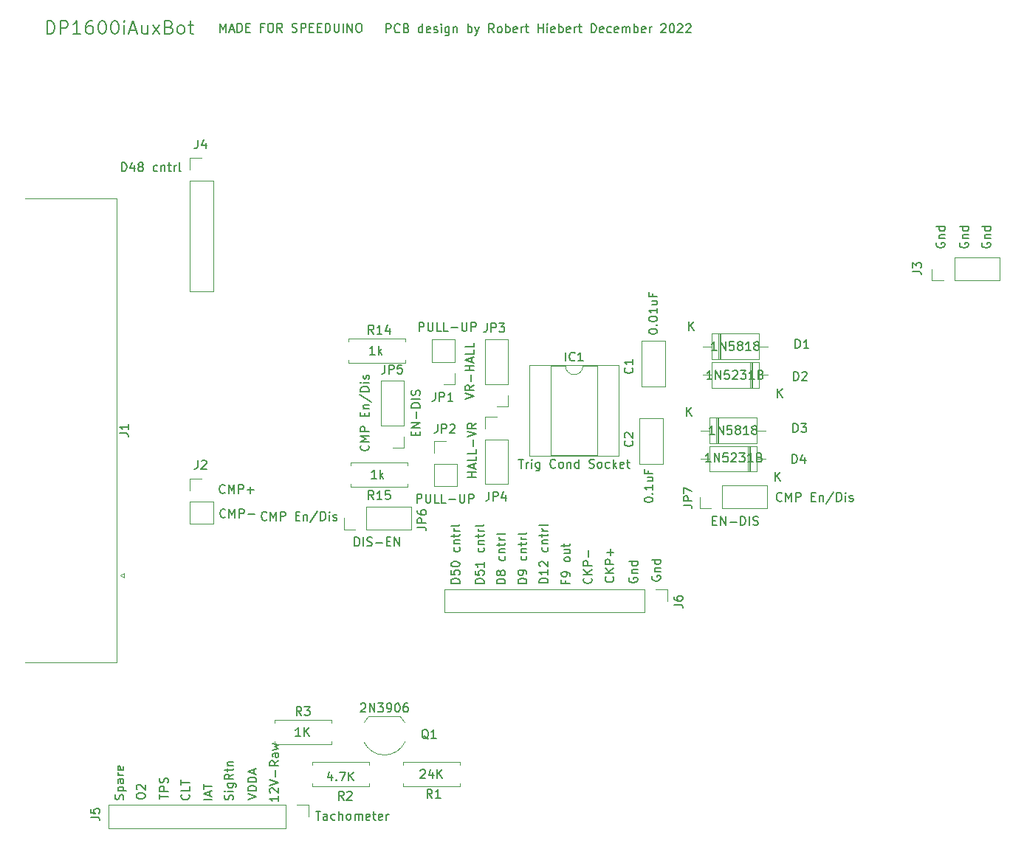
<source format=gbr>
%TF.GenerationSoftware,KiCad,Pcbnew,(5.1.6)-1*%
%TF.CreationDate,2022-12-03T16:28:51-08:00*%
%TF.ProjectId,DP1600iAuxBot,44503136-3030-4694-9175-78426f742e6b,rev?*%
%TF.SameCoordinates,Original*%
%TF.FileFunction,Legend,Top*%
%TF.FilePolarity,Positive*%
%FSLAX46Y46*%
G04 Gerber Fmt 4.6, Leading zero omitted, Abs format (unit mm)*
G04 Created by KiCad (PCBNEW (5.1.6)-1) date 2022-12-03 16:28:51*
%MOMM*%
%LPD*%
G01*
G04 APERTURE LIST*
%ADD10C,0.150000*%
%ADD11C,0.177800*%
%ADD12C,0.152400*%
%ADD13C,0.120000*%
G04 APERTURE END LIST*
D10*
X139777742Y-78656985D02*
X139825361Y-78704604D01*
X139872980Y-78847461D01*
X139872980Y-78942700D01*
X139825361Y-79085557D01*
X139730123Y-79180795D01*
X139634885Y-79228414D01*
X139444409Y-79276033D01*
X139301552Y-79276033D01*
X139111076Y-79228414D01*
X139015838Y-79180795D01*
X138920600Y-79085557D01*
X138872980Y-78942700D01*
X138872980Y-78847461D01*
X138920600Y-78704604D01*
X138968219Y-78656985D01*
X139872980Y-78228414D02*
X138872980Y-78228414D01*
X139587266Y-77895080D01*
X138872980Y-77561747D01*
X139872980Y-77561747D01*
X139872980Y-77085557D02*
X138872980Y-77085557D01*
X138872980Y-76704604D01*
X138920600Y-76609366D01*
X138968219Y-76561747D01*
X139063457Y-76514128D01*
X139206314Y-76514128D01*
X139301552Y-76561747D01*
X139349171Y-76609366D01*
X139396790Y-76704604D01*
X139396790Y-77085557D01*
X139349171Y-75323652D02*
X139349171Y-74990319D01*
X139872980Y-74847461D02*
X139872980Y-75323652D01*
X138872980Y-75323652D01*
X138872980Y-74847461D01*
X139206314Y-74418890D02*
X139872980Y-74418890D01*
X139301552Y-74418890D02*
X139253933Y-74371271D01*
X139206314Y-74276033D01*
X139206314Y-74133176D01*
X139253933Y-74037938D01*
X139349171Y-73990319D01*
X139872980Y-73990319D01*
X138825361Y-72799842D02*
X140111076Y-73656985D01*
X139872980Y-72466509D02*
X138872980Y-72466509D01*
X138872980Y-72228414D01*
X138920600Y-72085557D01*
X139015838Y-71990319D01*
X139111076Y-71942700D01*
X139301552Y-71895080D01*
X139444409Y-71895080D01*
X139634885Y-71942700D01*
X139730123Y-71990319D01*
X139825361Y-72085557D01*
X139872980Y-72228414D01*
X139872980Y-72466509D01*
X139872980Y-71466509D02*
X139206314Y-71466509D01*
X138872980Y-71466509D02*
X138920600Y-71514128D01*
X138968219Y-71466509D01*
X138920600Y-71418890D01*
X138872980Y-71466509D01*
X138968219Y-71466509D01*
X139825361Y-71037938D02*
X139872980Y-70942700D01*
X139872980Y-70752223D01*
X139825361Y-70656985D01*
X139730123Y-70609366D01*
X139682504Y-70609366D01*
X139587266Y-70656985D01*
X139539647Y-70752223D01*
X139539647Y-70895080D01*
X139492028Y-70990319D01*
X139396790Y-71037938D01*
X139349171Y-71037938D01*
X139253933Y-70990319D01*
X139206314Y-70895080D01*
X139206314Y-70752223D01*
X139253933Y-70656985D01*
X128137114Y-87187042D02*
X128089495Y-87234661D01*
X127946638Y-87282280D01*
X127851400Y-87282280D01*
X127708542Y-87234661D01*
X127613304Y-87139423D01*
X127565685Y-87044185D01*
X127518066Y-86853709D01*
X127518066Y-86710852D01*
X127565685Y-86520376D01*
X127613304Y-86425138D01*
X127708542Y-86329900D01*
X127851400Y-86282280D01*
X127946638Y-86282280D01*
X128089495Y-86329900D01*
X128137114Y-86377519D01*
X128565685Y-87282280D02*
X128565685Y-86282280D01*
X128899019Y-86996566D01*
X129232352Y-86282280D01*
X129232352Y-87282280D01*
X129708542Y-87282280D02*
X129708542Y-86282280D01*
X130089495Y-86282280D01*
X130184733Y-86329900D01*
X130232352Y-86377519D01*
X130279971Y-86472757D01*
X130279971Y-86615614D01*
X130232352Y-86710852D01*
X130184733Y-86758471D01*
X130089495Y-86806090D01*
X129708542Y-86806090D01*
X131470447Y-86758471D02*
X131803780Y-86758471D01*
X131946638Y-87282280D02*
X131470447Y-87282280D01*
X131470447Y-86282280D01*
X131946638Y-86282280D01*
X132375209Y-86615614D02*
X132375209Y-87282280D01*
X132375209Y-86710852D02*
X132422828Y-86663233D01*
X132518066Y-86615614D01*
X132660923Y-86615614D01*
X132756161Y-86663233D01*
X132803780Y-86758471D01*
X132803780Y-87282280D01*
X133994257Y-86234661D02*
X133137114Y-87520376D01*
X134327590Y-87282280D02*
X134327590Y-86282280D01*
X134565685Y-86282280D01*
X134708542Y-86329900D01*
X134803780Y-86425138D01*
X134851400Y-86520376D01*
X134899019Y-86710852D01*
X134899019Y-86853709D01*
X134851400Y-87044185D01*
X134803780Y-87139423D01*
X134708542Y-87234661D01*
X134565685Y-87282280D01*
X134327590Y-87282280D01*
X135327590Y-87282280D02*
X135327590Y-86615614D01*
X135327590Y-86282280D02*
X135279971Y-86329900D01*
X135327590Y-86377519D01*
X135375209Y-86329900D01*
X135327590Y-86282280D01*
X135327590Y-86377519D01*
X135756161Y-87234661D02*
X135851400Y-87282280D01*
X136041876Y-87282280D01*
X136137114Y-87234661D01*
X136184733Y-87139423D01*
X136184733Y-87091804D01*
X136137114Y-86996566D01*
X136041876Y-86948947D01*
X135899019Y-86948947D01*
X135803780Y-86901328D01*
X135756161Y-86806090D01*
X135756161Y-86758471D01*
X135803780Y-86663233D01*
X135899019Y-86615614D01*
X136041876Y-86615614D01*
X136137114Y-86663233D01*
D11*
X187208885Y-84995657D02*
X187160504Y-85044038D01*
X187015361Y-85092419D01*
X186918600Y-85092419D01*
X186773457Y-85044038D01*
X186676695Y-84947276D01*
X186628314Y-84850514D01*
X186579933Y-84656990D01*
X186579933Y-84511847D01*
X186628314Y-84318323D01*
X186676695Y-84221561D01*
X186773457Y-84124800D01*
X186918600Y-84076419D01*
X187015361Y-84076419D01*
X187160504Y-84124800D01*
X187208885Y-84173180D01*
X187644314Y-85092419D02*
X187644314Y-84076419D01*
X187982980Y-84802133D01*
X188321647Y-84076419D01*
X188321647Y-85092419D01*
X188805457Y-85092419D02*
X188805457Y-84076419D01*
X189192504Y-84076419D01*
X189289266Y-84124800D01*
X189337647Y-84173180D01*
X189386028Y-84269942D01*
X189386028Y-84415085D01*
X189337647Y-84511847D01*
X189289266Y-84560228D01*
X189192504Y-84608609D01*
X188805457Y-84608609D01*
X190595552Y-84560228D02*
X190934219Y-84560228D01*
X191079361Y-85092419D02*
X190595552Y-85092419D01*
X190595552Y-84076419D01*
X191079361Y-84076419D01*
X191514790Y-84415085D02*
X191514790Y-85092419D01*
X191514790Y-84511847D02*
X191563171Y-84463466D01*
X191659933Y-84415085D01*
X191805076Y-84415085D01*
X191901838Y-84463466D01*
X191950219Y-84560228D01*
X191950219Y-85092419D01*
X193159742Y-84028038D02*
X192288885Y-85334323D01*
X193498409Y-85092419D02*
X193498409Y-84076419D01*
X193740314Y-84076419D01*
X193885457Y-84124800D01*
X193982219Y-84221561D01*
X194030600Y-84318323D01*
X194078980Y-84511847D01*
X194078980Y-84656990D01*
X194030600Y-84850514D01*
X193982219Y-84947276D01*
X193885457Y-85044038D01*
X193740314Y-85092419D01*
X193498409Y-85092419D01*
X194514409Y-85092419D02*
X194514409Y-84415085D01*
X194514409Y-84076419D02*
X194466028Y-84124800D01*
X194514409Y-84173180D01*
X194562790Y-84124800D01*
X194514409Y-84076419D01*
X194514409Y-84173180D01*
X194949838Y-85044038D02*
X195046600Y-85092419D01*
X195240123Y-85092419D01*
X195336885Y-85044038D01*
X195385266Y-84947276D01*
X195385266Y-84898895D01*
X195336885Y-84802133D01*
X195240123Y-84753752D01*
X195094980Y-84753752D01*
X194998219Y-84705371D01*
X194949838Y-84608609D01*
X194949838Y-84560228D01*
X194998219Y-84463466D01*
X195094980Y-84415085D01*
X195240123Y-84415085D01*
X195336885Y-84463466D01*
X102953457Y-31448828D02*
X102953457Y-29924828D01*
X103316314Y-29924828D01*
X103534028Y-29997400D01*
X103679171Y-30142542D01*
X103751742Y-30287685D01*
X103824314Y-30577971D01*
X103824314Y-30795685D01*
X103751742Y-31085971D01*
X103679171Y-31231114D01*
X103534028Y-31376257D01*
X103316314Y-31448828D01*
X102953457Y-31448828D01*
X104477457Y-31448828D02*
X104477457Y-29924828D01*
X105058028Y-29924828D01*
X105203171Y-29997400D01*
X105275742Y-30069971D01*
X105348314Y-30215114D01*
X105348314Y-30432828D01*
X105275742Y-30577971D01*
X105203171Y-30650542D01*
X105058028Y-30723114D01*
X104477457Y-30723114D01*
X106799742Y-31448828D02*
X105928885Y-31448828D01*
X106364314Y-31448828D02*
X106364314Y-29924828D01*
X106219171Y-30142542D01*
X106074028Y-30287685D01*
X105928885Y-30360257D01*
X108106028Y-29924828D02*
X107815742Y-29924828D01*
X107670600Y-29997400D01*
X107598028Y-30069971D01*
X107452885Y-30287685D01*
X107380314Y-30577971D01*
X107380314Y-31158542D01*
X107452885Y-31303685D01*
X107525457Y-31376257D01*
X107670600Y-31448828D01*
X107960885Y-31448828D01*
X108106028Y-31376257D01*
X108178600Y-31303685D01*
X108251171Y-31158542D01*
X108251171Y-30795685D01*
X108178600Y-30650542D01*
X108106028Y-30577971D01*
X107960885Y-30505400D01*
X107670600Y-30505400D01*
X107525457Y-30577971D01*
X107452885Y-30650542D01*
X107380314Y-30795685D01*
X109194600Y-29924828D02*
X109339742Y-29924828D01*
X109484885Y-29997400D01*
X109557457Y-30069971D01*
X109630028Y-30215114D01*
X109702600Y-30505400D01*
X109702600Y-30868257D01*
X109630028Y-31158542D01*
X109557457Y-31303685D01*
X109484885Y-31376257D01*
X109339742Y-31448828D01*
X109194600Y-31448828D01*
X109049457Y-31376257D01*
X108976885Y-31303685D01*
X108904314Y-31158542D01*
X108831742Y-30868257D01*
X108831742Y-30505400D01*
X108904314Y-30215114D01*
X108976885Y-30069971D01*
X109049457Y-29997400D01*
X109194600Y-29924828D01*
X110646028Y-29924828D02*
X110791171Y-29924828D01*
X110936314Y-29997400D01*
X111008885Y-30069971D01*
X111081457Y-30215114D01*
X111154028Y-30505400D01*
X111154028Y-30868257D01*
X111081457Y-31158542D01*
X111008885Y-31303685D01*
X110936314Y-31376257D01*
X110791171Y-31448828D01*
X110646028Y-31448828D01*
X110500885Y-31376257D01*
X110428314Y-31303685D01*
X110355742Y-31158542D01*
X110283171Y-30868257D01*
X110283171Y-30505400D01*
X110355742Y-30215114D01*
X110428314Y-30069971D01*
X110500885Y-29997400D01*
X110646028Y-29924828D01*
X111807171Y-31448828D02*
X111807171Y-30432828D01*
X111807171Y-29924828D02*
X111734600Y-29997400D01*
X111807171Y-30069971D01*
X111879742Y-29997400D01*
X111807171Y-29924828D01*
X111807171Y-30069971D01*
X112460314Y-31013400D02*
X113186028Y-31013400D01*
X112315171Y-31448828D02*
X112823171Y-29924828D01*
X113331171Y-31448828D01*
X114492314Y-30432828D02*
X114492314Y-31448828D01*
X113839171Y-30432828D02*
X113839171Y-31231114D01*
X113911742Y-31376257D01*
X114056885Y-31448828D01*
X114274600Y-31448828D01*
X114419742Y-31376257D01*
X114492314Y-31303685D01*
X115072885Y-31448828D02*
X115871171Y-30432828D01*
X115072885Y-30432828D02*
X115871171Y-31448828D01*
X116959742Y-30650542D02*
X117177457Y-30723114D01*
X117250028Y-30795685D01*
X117322600Y-30940828D01*
X117322600Y-31158542D01*
X117250028Y-31303685D01*
X117177457Y-31376257D01*
X117032314Y-31448828D01*
X116451742Y-31448828D01*
X116451742Y-29924828D01*
X116959742Y-29924828D01*
X117104885Y-29997400D01*
X117177457Y-30069971D01*
X117250028Y-30215114D01*
X117250028Y-30360257D01*
X117177457Y-30505400D01*
X117104885Y-30577971D01*
X116959742Y-30650542D01*
X116451742Y-30650542D01*
X118193457Y-31448828D02*
X118048314Y-31376257D01*
X117975742Y-31303685D01*
X117903171Y-31158542D01*
X117903171Y-30723114D01*
X117975742Y-30577971D01*
X118048314Y-30505400D01*
X118193457Y-30432828D01*
X118411171Y-30432828D01*
X118556314Y-30505400D01*
X118628885Y-30577971D01*
X118701457Y-30723114D01*
X118701457Y-31158542D01*
X118628885Y-31303685D01*
X118556314Y-31376257D01*
X118411171Y-31448828D01*
X118193457Y-31448828D01*
X119136885Y-30432828D02*
X119717457Y-30432828D01*
X119354600Y-29924828D02*
X119354600Y-31231114D01*
X119427171Y-31376257D01*
X119572314Y-31448828D01*
X119717457Y-31448828D01*
D10*
X141831019Y-31287980D02*
X141831019Y-30287980D01*
X142211971Y-30287980D01*
X142307209Y-30335600D01*
X142354828Y-30383219D01*
X142402447Y-30478457D01*
X142402447Y-30621314D01*
X142354828Y-30716552D01*
X142307209Y-30764171D01*
X142211971Y-30811790D01*
X141831019Y-30811790D01*
X143402447Y-31192742D02*
X143354828Y-31240361D01*
X143211971Y-31287980D01*
X143116733Y-31287980D01*
X142973876Y-31240361D01*
X142878638Y-31145123D01*
X142831019Y-31049885D01*
X142783400Y-30859409D01*
X142783400Y-30716552D01*
X142831019Y-30526076D01*
X142878638Y-30430838D01*
X142973876Y-30335600D01*
X143116733Y-30287980D01*
X143211971Y-30287980D01*
X143354828Y-30335600D01*
X143402447Y-30383219D01*
X144164352Y-30764171D02*
X144307209Y-30811790D01*
X144354828Y-30859409D01*
X144402447Y-30954647D01*
X144402447Y-31097504D01*
X144354828Y-31192742D01*
X144307209Y-31240361D01*
X144211971Y-31287980D01*
X143831019Y-31287980D01*
X143831019Y-30287980D01*
X144164352Y-30287980D01*
X144259590Y-30335600D01*
X144307209Y-30383219D01*
X144354828Y-30478457D01*
X144354828Y-30573695D01*
X144307209Y-30668933D01*
X144259590Y-30716552D01*
X144164352Y-30764171D01*
X143831019Y-30764171D01*
X146021495Y-31287980D02*
X146021495Y-30287980D01*
X146021495Y-31240361D02*
X145926257Y-31287980D01*
X145735780Y-31287980D01*
X145640542Y-31240361D01*
X145592923Y-31192742D01*
X145545304Y-31097504D01*
X145545304Y-30811790D01*
X145592923Y-30716552D01*
X145640542Y-30668933D01*
X145735780Y-30621314D01*
X145926257Y-30621314D01*
X146021495Y-30668933D01*
X146878638Y-31240361D02*
X146783400Y-31287980D01*
X146592923Y-31287980D01*
X146497685Y-31240361D01*
X146450066Y-31145123D01*
X146450066Y-30764171D01*
X146497685Y-30668933D01*
X146592923Y-30621314D01*
X146783400Y-30621314D01*
X146878638Y-30668933D01*
X146926257Y-30764171D01*
X146926257Y-30859409D01*
X146450066Y-30954647D01*
X147307209Y-31240361D02*
X147402447Y-31287980D01*
X147592923Y-31287980D01*
X147688161Y-31240361D01*
X147735780Y-31145123D01*
X147735780Y-31097504D01*
X147688161Y-31002266D01*
X147592923Y-30954647D01*
X147450066Y-30954647D01*
X147354828Y-30907028D01*
X147307209Y-30811790D01*
X147307209Y-30764171D01*
X147354828Y-30668933D01*
X147450066Y-30621314D01*
X147592923Y-30621314D01*
X147688161Y-30668933D01*
X148164352Y-31287980D02*
X148164352Y-30621314D01*
X148164352Y-30287980D02*
X148116733Y-30335600D01*
X148164352Y-30383219D01*
X148211971Y-30335600D01*
X148164352Y-30287980D01*
X148164352Y-30383219D01*
X149069114Y-30621314D02*
X149069114Y-31430838D01*
X149021495Y-31526076D01*
X148973876Y-31573695D01*
X148878638Y-31621314D01*
X148735780Y-31621314D01*
X148640542Y-31573695D01*
X149069114Y-31240361D02*
X148973876Y-31287980D01*
X148783400Y-31287980D01*
X148688161Y-31240361D01*
X148640542Y-31192742D01*
X148592923Y-31097504D01*
X148592923Y-30811790D01*
X148640542Y-30716552D01*
X148688161Y-30668933D01*
X148783400Y-30621314D01*
X148973876Y-30621314D01*
X149069114Y-30668933D01*
X149545304Y-30621314D02*
X149545304Y-31287980D01*
X149545304Y-30716552D02*
X149592923Y-30668933D01*
X149688161Y-30621314D01*
X149831019Y-30621314D01*
X149926257Y-30668933D01*
X149973876Y-30764171D01*
X149973876Y-31287980D01*
X151211971Y-31287980D02*
X151211971Y-30287980D01*
X151211971Y-30668933D02*
X151307209Y-30621314D01*
X151497685Y-30621314D01*
X151592923Y-30668933D01*
X151640542Y-30716552D01*
X151688161Y-30811790D01*
X151688161Y-31097504D01*
X151640542Y-31192742D01*
X151592923Y-31240361D01*
X151497685Y-31287980D01*
X151307209Y-31287980D01*
X151211971Y-31240361D01*
X152021495Y-30621314D02*
X152259590Y-31287980D01*
X152497685Y-30621314D02*
X152259590Y-31287980D01*
X152164352Y-31526076D01*
X152116733Y-31573695D01*
X152021495Y-31621314D01*
X154211971Y-31287980D02*
X153878638Y-30811790D01*
X153640542Y-31287980D02*
X153640542Y-30287980D01*
X154021495Y-30287980D01*
X154116733Y-30335600D01*
X154164352Y-30383219D01*
X154211971Y-30478457D01*
X154211971Y-30621314D01*
X154164352Y-30716552D01*
X154116733Y-30764171D01*
X154021495Y-30811790D01*
X153640542Y-30811790D01*
X154783400Y-31287980D02*
X154688161Y-31240361D01*
X154640542Y-31192742D01*
X154592923Y-31097504D01*
X154592923Y-30811790D01*
X154640542Y-30716552D01*
X154688161Y-30668933D01*
X154783400Y-30621314D01*
X154926257Y-30621314D01*
X155021495Y-30668933D01*
X155069114Y-30716552D01*
X155116733Y-30811790D01*
X155116733Y-31097504D01*
X155069114Y-31192742D01*
X155021495Y-31240361D01*
X154926257Y-31287980D01*
X154783400Y-31287980D01*
X155545304Y-31287980D02*
X155545304Y-30287980D01*
X155545304Y-30668933D02*
X155640542Y-30621314D01*
X155831019Y-30621314D01*
X155926257Y-30668933D01*
X155973876Y-30716552D01*
X156021495Y-30811790D01*
X156021495Y-31097504D01*
X155973876Y-31192742D01*
X155926257Y-31240361D01*
X155831019Y-31287980D01*
X155640542Y-31287980D01*
X155545304Y-31240361D01*
X156831019Y-31240361D02*
X156735780Y-31287980D01*
X156545304Y-31287980D01*
X156450066Y-31240361D01*
X156402447Y-31145123D01*
X156402447Y-30764171D01*
X156450066Y-30668933D01*
X156545304Y-30621314D01*
X156735780Y-30621314D01*
X156831019Y-30668933D01*
X156878638Y-30764171D01*
X156878638Y-30859409D01*
X156402447Y-30954647D01*
X157307209Y-31287980D02*
X157307209Y-30621314D01*
X157307209Y-30811790D02*
X157354828Y-30716552D01*
X157402447Y-30668933D01*
X157497685Y-30621314D01*
X157592923Y-30621314D01*
X157783400Y-30621314D02*
X158164352Y-30621314D01*
X157926257Y-30287980D02*
X157926257Y-31145123D01*
X157973876Y-31240361D01*
X158069114Y-31287980D01*
X158164352Y-31287980D01*
X159259590Y-31287980D02*
X159259590Y-30287980D01*
X159259590Y-30764171D02*
X159831019Y-30764171D01*
X159831019Y-31287980D02*
X159831019Y-30287980D01*
X160307209Y-31287980D02*
X160307209Y-30621314D01*
X160307209Y-30287980D02*
X160259590Y-30335600D01*
X160307209Y-30383219D01*
X160354828Y-30335600D01*
X160307209Y-30287980D01*
X160307209Y-30383219D01*
X161164352Y-31240361D02*
X161069114Y-31287980D01*
X160878638Y-31287980D01*
X160783400Y-31240361D01*
X160735780Y-31145123D01*
X160735780Y-30764171D01*
X160783400Y-30668933D01*
X160878638Y-30621314D01*
X161069114Y-30621314D01*
X161164352Y-30668933D01*
X161211971Y-30764171D01*
X161211971Y-30859409D01*
X160735780Y-30954647D01*
X161640542Y-31287980D02*
X161640542Y-30287980D01*
X161640542Y-30668933D02*
X161735780Y-30621314D01*
X161926257Y-30621314D01*
X162021495Y-30668933D01*
X162069114Y-30716552D01*
X162116733Y-30811790D01*
X162116733Y-31097504D01*
X162069114Y-31192742D01*
X162021495Y-31240361D01*
X161926257Y-31287980D01*
X161735780Y-31287980D01*
X161640542Y-31240361D01*
X162926257Y-31240361D02*
X162831019Y-31287980D01*
X162640542Y-31287980D01*
X162545304Y-31240361D01*
X162497685Y-31145123D01*
X162497685Y-30764171D01*
X162545304Y-30668933D01*
X162640542Y-30621314D01*
X162831019Y-30621314D01*
X162926257Y-30668933D01*
X162973876Y-30764171D01*
X162973876Y-30859409D01*
X162497685Y-30954647D01*
X163402447Y-31287980D02*
X163402447Y-30621314D01*
X163402447Y-30811790D02*
X163450066Y-30716552D01*
X163497685Y-30668933D01*
X163592923Y-30621314D01*
X163688161Y-30621314D01*
X163878638Y-30621314D02*
X164259590Y-30621314D01*
X164021495Y-30287980D02*
X164021495Y-31145123D01*
X164069114Y-31240361D01*
X164164352Y-31287980D01*
X164259590Y-31287980D01*
X165354828Y-31287980D02*
X165354828Y-30287980D01*
X165592923Y-30287980D01*
X165735780Y-30335600D01*
X165831019Y-30430838D01*
X165878638Y-30526076D01*
X165926257Y-30716552D01*
X165926257Y-30859409D01*
X165878638Y-31049885D01*
X165831019Y-31145123D01*
X165735780Y-31240361D01*
X165592923Y-31287980D01*
X165354828Y-31287980D01*
X166735780Y-31240361D02*
X166640542Y-31287980D01*
X166450066Y-31287980D01*
X166354828Y-31240361D01*
X166307209Y-31145123D01*
X166307209Y-30764171D01*
X166354828Y-30668933D01*
X166450066Y-30621314D01*
X166640542Y-30621314D01*
X166735780Y-30668933D01*
X166783400Y-30764171D01*
X166783400Y-30859409D01*
X166307209Y-30954647D01*
X167640542Y-31240361D02*
X167545304Y-31287980D01*
X167354828Y-31287980D01*
X167259590Y-31240361D01*
X167211971Y-31192742D01*
X167164352Y-31097504D01*
X167164352Y-30811790D01*
X167211971Y-30716552D01*
X167259590Y-30668933D01*
X167354828Y-30621314D01*
X167545304Y-30621314D01*
X167640542Y-30668933D01*
X168450066Y-31240361D02*
X168354828Y-31287980D01*
X168164352Y-31287980D01*
X168069114Y-31240361D01*
X168021495Y-31145123D01*
X168021495Y-30764171D01*
X168069114Y-30668933D01*
X168164352Y-30621314D01*
X168354828Y-30621314D01*
X168450066Y-30668933D01*
X168497685Y-30764171D01*
X168497685Y-30859409D01*
X168021495Y-30954647D01*
X168926257Y-31287980D02*
X168926257Y-30621314D01*
X168926257Y-30716552D02*
X168973876Y-30668933D01*
X169069114Y-30621314D01*
X169211971Y-30621314D01*
X169307209Y-30668933D01*
X169354828Y-30764171D01*
X169354828Y-31287980D01*
X169354828Y-30764171D02*
X169402447Y-30668933D01*
X169497685Y-30621314D01*
X169640542Y-30621314D01*
X169735780Y-30668933D01*
X169783400Y-30764171D01*
X169783400Y-31287980D01*
X170259590Y-31287980D02*
X170259590Y-30287980D01*
X170259590Y-30668933D02*
X170354828Y-30621314D01*
X170545304Y-30621314D01*
X170640542Y-30668933D01*
X170688161Y-30716552D01*
X170735780Y-30811790D01*
X170735780Y-31097504D01*
X170688161Y-31192742D01*
X170640542Y-31240361D01*
X170545304Y-31287980D01*
X170354828Y-31287980D01*
X170259590Y-31240361D01*
X171545304Y-31240361D02*
X171450066Y-31287980D01*
X171259590Y-31287980D01*
X171164352Y-31240361D01*
X171116733Y-31145123D01*
X171116733Y-30764171D01*
X171164352Y-30668933D01*
X171259590Y-30621314D01*
X171450066Y-30621314D01*
X171545304Y-30668933D01*
X171592923Y-30764171D01*
X171592923Y-30859409D01*
X171116733Y-30954647D01*
X172021495Y-31287980D02*
X172021495Y-30621314D01*
X172021495Y-30811790D02*
X172069114Y-30716552D01*
X172116733Y-30668933D01*
X172211971Y-30621314D01*
X172307209Y-30621314D01*
X173354828Y-30383219D02*
X173402447Y-30335600D01*
X173497685Y-30287980D01*
X173735780Y-30287980D01*
X173831019Y-30335600D01*
X173878638Y-30383219D01*
X173926257Y-30478457D01*
X173926257Y-30573695D01*
X173878638Y-30716552D01*
X173307209Y-31287980D01*
X173926257Y-31287980D01*
X174545304Y-30287980D02*
X174640542Y-30287980D01*
X174735780Y-30335600D01*
X174783400Y-30383219D01*
X174831019Y-30478457D01*
X174878638Y-30668933D01*
X174878638Y-30907028D01*
X174831019Y-31097504D01*
X174783400Y-31192742D01*
X174735780Y-31240361D01*
X174640542Y-31287980D01*
X174545304Y-31287980D01*
X174450066Y-31240361D01*
X174402447Y-31192742D01*
X174354828Y-31097504D01*
X174307209Y-30907028D01*
X174307209Y-30668933D01*
X174354828Y-30478457D01*
X174402447Y-30383219D01*
X174450066Y-30335600D01*
X174545304Y-30287980D01*
X175259590Y-30383219D02*
X175307209Y-30335600D01*
X175402447Y-30287980D01*
X175640542Y-30287980D01*
X175735780Y-30335600D01*
X175783400Y-30383219D01*
X175831019Y-30478457D01*
X175831019Y-30573695D01*
X175783400Y-30716552D01*
X175211971Y-31287980D01*
X175831019Y-31287980D01*
X176211971Y-30383219D02*
X176259590Y-30335600D01*
X176354828Y-30287980D01*
X176592923Y-30287980D01*
X176688161Y-30335600D01*
X176735780Y-30383219D01*
X176783400Y-30478457D01*
X176783400Y-30573695D01*
X176735780Y-30716552D01*
X176164352Y-31287980D01*
X176783400Y-31287980D01*
X122767152Y-31237180D02*
X122767152Y-30237180D01*
X123100485Y-30951466D01*
X123433819Y-30237180D01*
X123433819Y-31237180D01*
X123862390Y-30951466D02*
X124338580Y-30951466D01*
X123767152Y-31237180D02*
X124100485Y-30237180D01*
X124433819Y-31237180D01*
X124767152Y-31237180D02*
X124767152Y-30237180D01*
X125005247Y-30237180D01*
X125148104Y-30284800D01*
X125243342Y-30380038D01*
X125290961Y-30475276D01*
X125338580Y-30665752D01*
X125338580Y-30808609D01*
X125290961Y-30999085D01*
X125243342Y-31094323D01*
X125148104Y-31189561D01*
X125005247Y-31237180D01*
X124767152Y-31237180D01*
X125767152Y-30713371D02*
X126100485Y-30713371D01*
X126243342Y-31237180D02*
X125767152Y-31237180D01*
X125767152Y-30237180D01*
X126243342Y-30237180D01*
X127767152Y-30713371D02*
X127433819Y-30713371D01*
X127433819Y-31237180D02*
X127433819Y-30237180D01*
X127910009Y-30237180D01*
X128481438Y-30237180D02*
X128671914Y-30237180D01*
X128767152Y-30284800D01*
X128862390Y-30380038D01*
X128910009Y-30570514D01*
X128910009Y-30903847D01*
X128862390Y-31094323D01*
X128767152Y-31189561D01*
X128671914Y-31237180D01*
X128481438Y-31237180D01*
X128386199Y-31189561D01*
X128290961Y-31094323D01*
X128243342Y-30903847D01*
X128243342Y-30570514D01*
X128290961Y-30380038D01*
X128386199Y-30284800D01*
X128481438Y-30237180D01*
X129910009Y-31237180D02*
X129576676Y-30760990D01*
X129338580Y-31237180D02*
X129338580Y-30237180D01*
X129719533Y-30237180D01*
X129814771Y-30284800D01*
X129862390Y-30332419D01*
X129910009Y-30427657D01*
X129910009Y-30570514D01*
X129862390Y-30665752D01*
X129814771Y-30713371D01*
X129719533Y-30760990D01*
X129338580Y-30760990D01*
X131052866Y-31189561D02*
X131195723Y-31237180D01*
X131433819Y-31237180D01*
X131529057Y-31189561D01*
X131576676Y-31141942D01*
X131624295Y-31046704D01*
X131624295Y-30951466D01*
X131576676Y-30856228D01*
X131529057Y-30808609D01*
X131433819Y-30760990D01*
X131243342Y-30713371D01*
X131148104Y-30665752D01*
X131100485Y-30618133D01*
X131052866Y-30522895D01*
X131052866Y-30427657D01*
X131100485Y-30332419D01*
X131148104Y-30284800D01*
X131243342Y-30237180D01*
X131481438Y-30237180D01*
X131624295Y-30284800D01*
X132052866Y-31237180D02*
X132052866Y-30237180D01*
X132433819Y-30237180D01*
X132529057Y-30284800D01*
X132576676Y-30332419D01*
X132624295Y-30427657D01*
X132624295Y-30570514D01*
X132576676Y-30665752D01*
X132529057Y-30713371D01*
X132433819Y-30760990D01*
X132052866Y-30760990D01*
X133052866Y-30713371D02*
X133386199Y-30713371D01*
X133529057Y-31237180D02*
X133052866Y-31237180D01*
X133052866Y-30237180D01*
X133529057Y-30237180D01*
X133957628Y-30713371D02*
X134290961Y-30713371D01*
X134433819Y-31237180D02*
X133957628Y-31237180D01*
X133957628Y-30237180D01*
X134433819Y-30237180D01*
X134862390Y-31237180D02*
X134862390Y-30237180D01*
X135100485Y-30237180D01*
X135243342Y-30284800D01*
X135338580Y-30380038D01*
X135386200Y-30475276D01*
X135433819Y-30665752D01*
X135433819Y-30808609D01*
X135386200Y-30999085D01*
X135338580Y-31094323D01*
X135243342Y-31189561D01*
X135100485Y-31237180D01*
X134862390Y-31237180D01*
X135862390Y-30237180D02*
X135862390Y-31046704D01*
X135910009Y-31141942D01*
X135957628Y-31189561D01*
X136052866Y-31237180D01*
X136243342Y-31237180D01*
X136338580Y-31189561D01*
X136386200Y-31141942D01*
X136433819Y-31046704D01*
X136433819Y-30237180D01*
X136910009Y-31237180D02*
X136910009Y-30237180D01*
X137386200Y-31237180D02*
X137386200Y-30237180D01*
X137957628Y-31237180D01*
X137957628Y-30237180D01*
X138624295Y-30237180D02*
X138814771Y-30237180D01*
X138910009Y-30284800D01*
X139005247Y-30380038D01*
X139052866Y-30570514D01*
X139052866Y-30903847D01*
X139005247Y-31094323D01*
X138910009Y-31189561D01*
X138814771Y-31237180D01*
X138624295Y-31237180D01*
X138529057Y-31189561D01*
X138433819Y-31094323D01*
X138386200Y-30903847D01*
X138386200Y-30570514D01*
X138433819Y-30380038D01*
X138529057Y-30284800D01*
X138624295Y-30237180D01*
X111500066Y-47213780D02*
X111500066Y-46213780D01*
X111738161Y-46213780D01*
X111881019Y-46261400D01*
X111976257Y-46356638D01*
X112023876Y-46451876D01*
X112071495Y-46642352D01*
X112071495Y-46785209D01*
X112023876Y-46975685D01*
X111976257Y-47070923D01*
X111881019Y-47166161D01*
X111738161Y-47213780D01*
X111500066Y-47213780D01*
X112928638Y-46547114D02*
X112928638Y-47213780D01*
X112690542Y-46166161D02*
X112452447Y-46880447D01*
X113071495Y-46880447D01*
X113595304Y-46642352D02*
X113500066Y-46594733D01*
X113452447Y-46547114D01*
X113404828Y-46451876D01*
X113404828Y-46404257D01*
X113452447Y-46309019D01*
X113500066Y-46261400D01*
X113595304Y-46213780D01*
X113785780Y-46213780D01*
X113881019Y-46261400D01*
X113928638Y-46309019D01*
X113976257Y-46404257D01*
X113976257Y-46451876D01*
X113928638Y-46547114D01*
X113881019Y-46594733D01*
X113785780Y-46642352D01*
X113595304Y-46642352D01*
X113500066Y-46689971D01*
X113452447Y-46737590D01*
X113404828Y-46832828D01*
X113404828Y-47023304D01*
X113452447Y-47118542D01*
X113500066Y-47166161D01*
X113595304Y-47213780D01*
X113785780Y-47213780D01*
X113881019Y-47166161D01*
X113928638Y-47118542D01*
X113976257Y-47023304D01*
X113976257Y-46832828D01*
X113928638Y-46737590D01*
X113881019Y-46689971D01*
X113785780Y-46642352D01*
X115595304Y-47166161D02*
X115500066Y-47213780D01*
X115309590Y-47213780D01*
X115214352Y-47166161D01*
X115166733Y-47118542D01*
X115119114Y-47023304D01*
X115119114Y-46737590D01*
X115166733Y-46642352D01*
X115214352Y-46594733D01*
X115309590Y-46547114D01*
X115500066Y-46547114D01*
X115595304Y-46594733D01*
X116023876Y-46547114D02*
X116023876Y-47213780D01*
X116023876Y-46642352D02*
X116071495Y-46594733D01*
X116166733Y-46547114D01*
X116309590Y-46547114D01*
X116404828Y-46594733D01*
X116452447Y-46689971D01*
X116452447Y-47213780D01*
X116785780Y-46547114D02*
X117166733Y-46547114D01*
X116928638Y-46213780D02*
X116928638Y-47070923D01*
X116976257Y-47166161D01*
X117071495Y-47213780D01*
X117166733Y-47213780D01*
X117500066Y-47213780D02*
X117500066Y-46547114D01*
X117500066Y-46737590D02*
X117547685Y-46642352D01*
X117595304Y-46594733D01*
X117690542Y-46547114D01*
X117785780Y-46547114D01*
X118261971Y-47213780D02*
X118166733Y-47166161D01*
X118119114Y-47070923D01*
X118119114Y-46213780D01*
X123409247Y-86869542D02*
X123361628Y-86917161D01*
X123218771Y-86964780D01*
X123123533Y-86964780D01*
X122980676Y-86917161D01*
X122885438Y-86821923D01*
X122837819Y-86726685D01*
X122790200Y-86536209D01*
X122790200Y-86393352D01*
X122837819Y-86202876D01*
X122885438Y-86107638D01*
X122980676Y-86012400D01*
X123123533Y-85964780D01*
X123218771Y-85964780D01*
X123361628Y-86012400D01*
X123409247Y-86060019D01*
X123837819Y-86964780D02*
X123837819Y-85964780D01*
X124171152Y-86679066D01*
X124504485Y-85964780D01*
X124504485Y-86964780D01*
X124980676Y-86964780D02*
X124980676Y-85964780D01*
X125361628Y-85964780D01*
X125456866Y-86012400D01*
X125504485Y-86060019D01*
X125552104Y-86155257D01*
X125552104Y-86298114D01*
X125504485Y-86393352D01*
X125456866Y-86440971D01*
X125361628Y-86488590D01*
X124980676Y-86488590D01*
X125980676Y-86583828D02*
X126742580Y-86583828D01*
X123333047Y-84075542D02*
X123285428Y-84123161D01*
X123142571Y-84170780D01*
X123047333Y-84170780D01*
X122904476Y-84123161D01*
X122809238Y-84027923D01*
X122761619Y-83932685D01*
X122714000Y-83742209D01*
X122714000Y-83599352D01*
X122761619Y-83408876D01*
X122809238Y-83313638D01*
X122904476Y-83218400D01*
X123047333Y-83170780D01*
X123142571Y-83170780D01*
X123285428Y-83218400D01*
X123333047Y-83266019D01*
X123761619Y-84170780D02*
X123761619Y-83170780D01*
X124094952Y-83885066D01*
X124428285Y-83170780D01*
X124428285Y-84170780D01*
X124904476Y-84170780D02*
X124904476Y-83170780D01*
X125285428Y-83170780D01*
X125380666Y-83218400D01*
X125428285Y-83266019D01*
X125475904Y-83361257D01*
X125475904Y-83504114D01*
X125428285Y-83599352D01*
X125380666Y-83646971D01*
X125285428Y-83694590D01*
X124904476Y-83694590D01*
X125904476Y-83789828D02*
X126666380Y-83789828D01*
X126285428Y-84170780D02*
X126285428Y-83408876D01*
X111682161Y-119327371D02*
X111729780Y-119184514D01*
X111729780Y-118946419D01*
X111682161Y-118851180D01*
X111634542Y-118803561D01*
X111539304Y-118755942D01*
X111444066Y-118755942D01*
X111348828Y-118803561D01*
X111301209Y-118851180D01*
X111253590Y-118946419D01*
X111205971Y-119136895D01*
X111158352Y-119232133D01*
X111110733Y-119279752D01*
X111015495Y-119327371D01*
X110920257Y-119327371D01*
X110825019Y-119279752D01*
X110777400Y-119232133D01*
X110729780Y-119136895D01*
X110729780Y-118898800D01*
X110777400Y-118755942D01*
X111063114Y-118327371D02*
X112063114Y-118327371D01*
X111110733Y-118327371D02*
X111063114Y-118232133D01*
X111063114Y-118041657D01*
X111110733Y-117946419D01*
X111158352Y-117898800D01*
X111253590Y-117851180D01*
X111539304Y-117851180D01*
X111634542Y-117898800D01*
X111682161Y-117946419D01*
X111729780Y-118041657D01*
X111729780Y-118232133D01*
X111682161Y-118327371D01*
X111729780Y-116994038D02*
X111205971Y-116994038D01*
X111110733Y-117041657D01*
X111063114Y-117136895D01*
X111063114Y-117327371D01*
X111110733Y-117422609D01*
X111682161Y-116994038D02*
X111729780Y-117089276D01*
X111729780Y-117327371D01*
X111682161Y-117422609D01*
X111586923Y-117470228D01*
X111491685Y-117470228D01*
X111396447Y-117422609D01*
X111348828Y-117327371D01*
X111348828Y-117089276D01*
X111301209Y-116994038D01*
X111729780Y-116517847D02*
X111063114Y-116517847D01*
X111253590Y-116517847D02*
X111158352Y-116470228D01*
X111110733Y-116422609D01*
X111063114Y-116327371D01*
X111063114Y-116232133D01*
X111682161Y-115517847D02*
X111729780Y-115613085D01*
X111729780Y-115803561D01*
X111682161Y-115898800D01*
X111586923Y-115946419D01*
X111205971Y-115946419D01*
X111110733Y-115898800D01*
X111063114Y-115803561D01*
X111063114Y-115613085D01*
X111110733Y-115517847D01*
X111205971Y-115470228D01*
X111301209Y-115470228D01*
X111396447Y-115946419D01*
X113193580Y-118986228D02*
X113193580Y-118795752D01*
X113241200Y-118700514D01*
X113336438Y-118605276D01*
X113526914Y-118557657D01*
X113860247Y-118557657D01*
X114050723Y-118605276D01*
X114145961Y-118700514D01*
X114193580Y-118795752D01*
X114193580Y-118986228D01*
X114145961Y-119081466D01*
X114050723Y-119176704D01*
X113860247Y-119224323D01*
X113526914Y-119224323D01*
X113336438Y-119176704D01*
X113241200Y-119081466D01*
X113193580Y-118986228D01*
X113288819Y-118176704D02*
X113241200Y-118129085D01*
X113193580Y-118033847D01*
X113193580Y-117795752D01*
X113241200Y-117700514D01*
X113288819Y-117652895D01*
X113384057Y-117605276D01*
X113479295Y-117605276D01*
X113622152Y-117652895D01*
X114193580Y-118224323D01*
X114193580Y-117605276D01*
X115835180Y-119270304D02*
X115835180Y-118698876D01*
X116835180Y-118984590D02*
X115835180Y-118984590D01*
X116835180Y-118365542D02*
X115835180Y-118365542D01*
X115835180Y-117984590D01*
X115882800Y-117889352D01*
X115930419Y-117841733D01*
X116025657Y-117794114D01*
X116168514Y-117794114D01*
X116263752Y-117841733D01*
X116311371Y-117889352D01*
X116358990Y-117984590D01*
X116358990Y-118365542D01*
X116787561Y-117413161D02*
X116835180Y-117270304D01*
X116835180Y-117032209D01*
X116787561Y-116936971D01*
X116739942Y-116889352D01*
X116644704Y-116841733D01*
X116549466Y-116841733D01*
X116454228Y-116889352D01*
X116406609Y-116936971D01*
X116358990Y-117032209D01*
X116311371Y-117222685D01*
X116263752Y-117317923D01*
X116216133Y-117365542D01*
X116120895Y-117413161D01*
X116025657Y-117413161D01*
X115930419Y-117365542D01*
X115882800Y-117317923D01*
X115835180Y-117222685D01*
X115835180Y-116984590D01*
X115882800Y-116841733D01*
X119203742Y-118738590D02*
X119251361Y-118786209D01*
X119298980Y-118929066D01*
X119298980Y-119024304D01*
X119251361Y-119167161D01*
X119156123Y-119262400D01*
X119060885Y-119310019D01*
X118870409Y-119357638D01*
X118727552Y-119357638D01*
X118537076Y-119310019D01*
X118441838Y-119262400D01*
X118346600Y-119167161D01*
X118298980Y-119024304D01*
X118298980Y-118929066D01*
X118346600Y-118786209D01*
X118394219Y-118738590D01*
X119298980Y-117833828D02*
X119298980Y-118310019D01*
X118298980Y-118310019D01*
X118298980Y-117643352D02*
X118298980Y-117071923D01*
X119298980Y-117357638D02*
X118298980Y-117357638D01*
X121889780Y-119300523D02*
X120889780Y-119300523D01*
X121604066Y-118871952D02*
X121604066Y-118395761D01*
X121889780Y-118967190D02*
X120889780Y-118633857D01*
X121889780Y-118300523D01*
X120889780Y-118110047D02*
X120889780Y-117538619D01*
X121889780Y-117824333D02*
X120889780Y-117824333D01*
X124255161Y-119359085D02*
X124302780Y-119216228D01*
X124302780Y-118978133D01*
X124255161Y-118882895D01*
X124207542Y-118835276D01*
X124112304Y-118787657D01*
X124017066Y-118787657D01*
X123921828Y-118835276D01*
X123874209Y-118882895D01*
X123826590Y-118978133D01*
X123778971Y-119168609D01*
X123731352Y-119263847D01*
X123683733Y-119311466D01*
X123588495Y-119359085D01*
X123493257Y-119359085D01*
X123398019Y-119311466D01*
X123350400Y-119263847D01*
X123302780Y-119168609D01*
X123302780Y-118930514D01*
X123350400Y-118787657D01*
X124302780Y-118359085D02*
X123636114Y-118359085D01*
X123302780Y-118359085D02*
X123350400Y-118406704D01*
X123398019Y-118359085D01*
X123350400Y-118311466D01*
X123302780Y-118359085D01*
X123398019Y-118359085D01*
X123636114Y-117454323D02*
X124445638Y-117454323D01*
X124540876Y-117501942D01*
X124588495Y-117549561D01*
X124636114Y-117644800D01*
X124636114Y-117787657D01*
X124588495Y-117882895D01*
X124255161Y-117454323D02*
X124302780Y-117549561D01*
X124302780Y-117740038D01*
X124255161Y-117835276D01*
X124207542Y-117882895D01*
X124112304Y-117930514D01*
X123826590Y-117930514D01*
X123731352Y-117882895D01*
X123683733Y-117835276D01*
X123636114Y-117740038D01*
X123636114Y-117549561D01*
X123683733Y-117454323D01*
X124302780Y-116406704D02*
X123826590Y-116740038D01*
X124302780Y-116978133D02*
X123302780Y-116978133D01*
X123302780Y-116597180D01*
X123350400Y-116501942D01*
X123398019Y-116454323D01*
X123493257Y-116406704D01*
X123636114Y-116406704D01*
X123731352Y-116454323D01*
X123778971Y-116501942D01*
X123826590Y-116597180D01*
X123826590Y-116978133D01*
X123636114Y-116120990D02*
X123636114Y-115740038D01*
X123302780Y-115978133D02*
X124159923Y-115978133D01*
X124255161Y-115930514D01*
X124302780Y-115835276D01*
X124302780Y-115740038D01*
X123636114Y-115406704D02*
X124302780Y-115406704D01*
X123731352Y-115406704D02*
X123683733Y-115359085D01*
X123636114Y-115263847D01*
X123636114Y-115120990D01*
X123683733Y-115025752D01*
X123778971Y-114978133D01*
X124302780Y-114978133D01*
X125969780Y-119313104D02*
X126969780Y-118979771D01*
X125969780Y-118646438D01*
X126969780Y-118313104D02*
X125969780Y-118313104D01*
X125969780Y-118075009D01*
X126017400Y-117932152D01*
X126112638Y-117836914D01*
X126207876Y-117789295D01*
X126398352Y-117741676D01*
X126541209Y-117741676D01*
X126731685Y-117789295D01*
X126826923Y-117836914D01*
X126922161Y-117932152D01*
X126969780Y-118075009D01*
X126969780Y-118313104D01*
X126969780Y-117313104D02*
X125969780Y-117313104D01*
X125969780Y-117075009D01*
X126017400Y-116932152D01*
X126112638Y-116836914D01*
X126207876Y-116789295D01*
X126398352Y-116741676D01*
X126541209Y-116741676D01*
X126731685Y-116789295D01*
X126826923Y-116836914D01*
X126922161Y-116932152D01*
X126969780Y-117075009D01*
X126969780Y-117313104D01*
X126684066Y-116360723D02*
X126684066Y-115884533D01*
X126969780Y-116455961D02*
X125969780Y-116122628D01*
X126969780Y-115789295D01*
X129484380Y-118919285D02*
X129484380Y-119490714D01*
X129484380Y-119205000D02*
X128484380Y-119205000D01*
X128627238Y-119300238D01*
X128722476Y-119395476D01*
X128770095Y-119490714D01*
X128579619Y-118538333D02*
X128532000Y-118490714D01*
X128484380Y-118395476D01*
X128484380Y-118157380D01*
X128532000Y-118062142D01*
X128579619Y-118014523D01*
X128674857Y-117966904D01*
X128770095Y-117966904D01*
X128912952Y-118014523D01*
X129484380Y-118585952D01*
X129484380Y-117966904D01*
X128484380Y-117681190D02*
X129484380Y-117347857D01*
X128484380Y-117014523D01*
X129103428Y-116681190D02*
X129103428Y-115919285D01*
X129484380Y-114871666D02*
X129008190Y-115205000D01*
X129484380Y-115443095D02*
X128484380Y-115443095D01*
X128484380Y-115062142D01*
X128532000Y-114966904D01*
X128579619Y-114919285D01*
X128674857Y-114871666D01*
X128817714Y-114871666D01*
X128912952Y-114919285D01*
X128960571Y-114966904D01*
X129008190Y-115062142D01*
X129008190Y-115443095D01*
X129484380Y-114014523D02*
X128960571Y-114014523D01*
X128865333Y-114062142D01*
X128817714Y-114157380D01*
X128817714Y-114347857D01*
X128865333Y-114443095D01*
X129436761Y-114014523D02*
X129484380Y-114109761D01*
X129484380Y-114347857D01*
X129436761Y-114443095D01*
X129341523Y-114490714D01*
X129246285Y-114490714D01*
X129151047Y-114443095D01*
X129103428Y-114347857D01*
X129103428Y-114109761D01*
X129055809Y-114014523D01*
X128817714Y-113633571D02*
X129484380Y-113443095D01*
X129008190Y-113252619D01*
X129484380Y-113062142D01*
X128817714Y-112871666D01*
X133756923Y-120661180D02*
X134328352Y-120661180D01*
X134042638Y-121661180D02*
X134042638Y-120661180D01*
X135090257Y-121661180D02*
X135090257Y-121137371D01*
X135042638Y-121042133D01*
X134947400Y-120994514D01*
X134756923Y-120994514D01*
X134661685Y-121042133D01*
X135090257Y-121613561D02*
X134995019Y-121661180D01*
X134756923Y-121661180D01*
X134661685Y-121613561D01*
X134614066Y-121518323D01*
X134614066Y-121423085D01*
X134661685Y-121327847D01*
X134756923Y-121280228D01*
X134995019Y-121280228D01*
X135090257Y-121232609D01*
X135995019Y-121613561D02*
X135899780Y-121661180D01*
X135709304Y-121661180D01*
X135614066Y-121613561D01*
X135566447Y-121565942D01*
X135518828Y-121470704D01*
X135518828Y-121184990D01*
X135566447Y-121089752D01*
X135614066Y-121042133D01*
X135709304Y-120994514D01*
X135899780Y-120994514D01*
X135995019Y-121042133D01*
X136423590Y-121661180D02*
X136423590Y-120661180D01*
X136852161Y-121661180D02*
X136852161Y-121137371D01*
X136804542Y-121042133D01*
X136709304Y-120994514D01*
X136566447Y-120994514D01*
X136471209Y-121042133D01*
X136423590Y-121089752D01*
X137471209Y-121661180D02*
X137375971Y-121613561D01*
X137328352Y-121565942D01*
X137280733Y-121470704D01*
X137280733Y-121184990D01*
X137328352Y-121089752D01*
X137375971Y-121042133D01*
X137471209Y-120994514D01*
X137614066Y-120994514D01*
X137709304Y-121042133D01*
X137756923Y-121089752D01*
X137804542Y-121184990D01*
X137804542Y-121470704D01*
X137756923Y-121565942D01*
X137709304Y-121613561D01*
X137614066Y-121661180D01*
X137471209Y-121661180D01*
X138233114Y-121661180D02*
X138233114Y-120994514D01*
X138233114Y-121089752D02*
X138280733Y-121042133D01*
X138375971Y-120994514D01*
X138518828Y-120994514D01*
X138614066Y-121042133D01*
X138661685Y-121137371D01*
X138661685Y-121661180D01*
X138661685Y-121137371D02*
X138709304Y-121042133D01*
X138804542Y-120994514D01*
X138947400Y-120994514D01*
X139042638Y-121042133D01*
X139090257Y-121137371D01*
X139090257Y-121661180D01*
X139947400Y-121613561D02*
X139852161Y-121661180D01*
X139661685Y-121661180D01*
X139566447Y-121613561D01*
X139518828Y-121518323D01*
X139518828Y-121137371D01*
X139566447Y-121042133D01*
X139661685Y-120994514D01*
X139852161Y-120994514D01*
X139947400Y-121042133D01*
X139995019Y-121137371D01*
X139995019Y-121232609D01*
X139518828Y-121327847D01*
X140280733Y-120994514D02*
X140661685Y-120994514D01*
X140423590Y-120661180D02*
X140423590Y-121518323D01*
X140471209Y-121613561D01*
X140566447Y-121661180D01*
X140661685Y-121661180D01*
X141375971Y-121613561D02*
X141280733Y-121661180D01*
X141090257Y-121661180D01*
X140995019Y-121613561D01*
X140947400Y-121518323D01*
X140947400Y-121137371D01*
X140995019Y-121042133D01*
X141090257Y-120994514D01*
X141280733Y-120994514D01*
X141375971Y-121042133D01*
X141423590Y-121137371D01*
X141423590Y-121232609D01*
X140947400Y-121327847D01*
X141852161Y-121661180D02*
X141852161Y-120994514D01*
X141852161Y-121184990D02*
X141899780Y-121089752D01*
X141947400Y-121042133D01*
X142042638Y-120994514D01*
X142137876Y-120994514D01*
X150261580Y-94493933D02*
X149261580Y-94493933D01*
X149261580Y-94255838D01*
X149309200Y-94112980D01*
X149404438Y-94017742D01*
X149499676Y-93970123D01*
X149690152Y-93922504D01*
X149833009Y-93922504D01*
X150023485Y-93970123D01*
X150118723Y-94017742D01*
X150213961Y-94112980D01*
X150261580Y-94255838D01*
X150261580Y-94493933D01*
X149261580Y-93017742D02*
X149261580Y-93493933D01*
X149737771Y-93541552D01*
X149690152Y-93493933D01*
X149642533Y-93398695D01*
X149642533Y-93160600D01*
X149690152Y-93065361D01*
X149737771Y-93017742D01*
X149833009Y-92970123D01*
X150071104Y-92970123D01*
X150166342Y-93017742D01*
X150213961Y-93065361D01*
X150261580Y-93160600D01*
X150261580Y-93398695D01*
X150213961Y-93493933D01*
X150166342Y-93541552D01*
X149261580Y-92351076D02*
X149261580Y-92255838D01*
X149309200Y-92160600D01*
X149356819Y-92112980D01*
X149452057Y-92065361D01*
X149642533Y-92017742D01*
X149880628Y-92017742D01*
X150071104Y-92065361D01*
X150166342Y-92112980D01*
X150213961Y-92160600D01*
X150261580Y-92255838D01*
X150261580Y-92351076D01*
X150213961Y-92446314D01*
X150166342Y-92493933D01*
X150071104Y-92541552D01*
X149880628Y-92589171D01*
X149642533Y-92589171D01*
X149452057Y-92541552D01*
X149356819Y-92493933D01*
X149309200Y-92446314D01*
X149261580Y-92351076D01*
X150213961Y-90398695D02*
X150261580Y-90493933D01*
X150261580Y-90684409D01*
X150213961Y-90779647D01*
X150166342Y-90827266D01*
X150071104Y-90874885D01*
X149785390Y-90874885D01*
X149690152Y-90827266D01*
X149642533Y-90779647D01*
X149594914Y-90684409D01*
X149594914Y-90493933D01*
X149642533Y-90398695D01*
X149594914Y-89970123D02*
X150261580Y-89970123D01*
X149690152Y-89970123D02*
X149642533Y-89922504D01*
X149594914Y-89827266D01*
X149594914Y-89684409D01*
X149642533Y-89589171D01*
X149737771Y-89541552D01*
X150261580Y-89541552D01*
X149594914Y-89208219D02*
X149594914Y-88827266D01*
X149261580Y-89065361D02*
X150118723Y-89065361D01*
X150213961Y-89017742D01*
X150261580Y-88922504D01*
X150261580Y-88827266D01*
X150261580Y-88493933D02*
X149594914Y-88493933D01*
X149785390Y-88493933D02*
X149690152Y-88446314D01*
X149642533Y-88398695D01*
X149594914Y-88303457D01*
X149594914Y-88208219D01*
X150261580Y-87732028D02*
X150213961Y-87827266D01*
X150118723Y-87874885D01*
X149261580Y-87874885D01*
X153055580Y-94519333D02*
X152055580Y-94519333D01*
X152055580Y-94281238D01*
X152103200Y-94138380D01*
X152198438Y-94043142D01*
X152293676Y-93995523D01*
X152484152Y-93947904D01*
X152627009Y-93947904D01*
X152817485Y-93995523D01*
X152912723Y-94043142D01*
X153007961Y-94138380D01*
X153055580Y-94281238D01*
X153055580Y-94519333D01*
X152055580Y-93043142D02*
X152055580Y-93519333D01*
X152531771Y-93566952D01*
X152484152Y-93519333D01*
X152436533Y-93424095D01*
X152436533Y-93186000D01*
X152484152Y-93090761D01*
X152531771Y-93043142D01*
X152627009Y-92995523D01*
X152865104Y-92995523D01*
X152960342Y-93043142D01*
X153007961Y-93090761D01*
X153055580Y-93186000D01*
X153055580Y-93424095D01*
X153007961Y-93519333D01*
X152960342Y-93566952D01*
X153055580Y-92043142D02*
X153055580Y-92614571D01*
X153055580Y-92328857D02*
X152055580Y-92328857D01*
X152198438Y-92424095D01*
X152293676Y-92519333D01*
X152341295Y-92614571D01*
X153007961Y-90424095D02*
X153055580Y-90519333D01*
X153055580Y-90709809D01*
X153007961Y-90805047D01*
X152960342Y-90852666D01*
X152865104Y-90900285D01*
X152579390Y-90900285D01*
X152484152Y-90852666D01*
X152436533Y-90805047D01*
X152388914Y-90709809D01*
X152388914Y-90519333D01*
X152436533Y-90424095D01*
X152388914Y-89995523D02*
X153055580Y-89995523D01*
X152484152Y-89995523D02*
X152436533Y-89947904D01*
X152388914Y-89852666D01*
X152388914Y-89709809D01*
X152436533Y-89614571D01*
X152531771Y-89566952D01*
X153055580Y-89566952D01*
X152388914Y-89233619D02*
X152388914Y-88852666D01*
X152055580Y-89090761D02*
X152912723Y-89090761D01*
X153007961Y-89043142D01*
X153055580Y-88947904D01*
X153055580Y-88852666D01*
X153055580Y-88519333D02*
X152388914Y-88519333D01*
X152579390Y-88519333D02*
X152484152Y-88471714D01*
X152436533Y-88424095D01*
X152388914Y-88328857D01*
X152388914Y-88233619D01*
X153055580Y-87757428D02*
X153007961Y-87852666D01*
X152912723Y-87900285D01*
X152055580Y-87900285D01*
X155493980Y-94551142D02*
X154493980Y-94551142D01*
X154493980Y-94313047D01*
X154541600Y-94170190D01*
X154636838Y-94074952D01*
X154732076Y-94027333D01*
X154922552Y-93979714D01*
X155065409Y-93979714D01*
X155255885Y-94027333D01*
X155351123Y-94074952D01*
X155446361Y-94170190D01*
X155493980Y-94313047D01*
X155493980Y-94551142D01*
X154922552Y-93408285D02*
X154874933Y-93503523D01*
X154827314Y-93551142D01*
X154732076Y-93598761D01*
X154684457Y-93598761D01*
X154589219Y-93551142D01*
X154541600Y-93503523D01*
X154493980Y-93408285D01*
X154493980Y-93217809D01*
X154541600Y-93122571D01*
X154589219Y-93074952D01*
X154684457Y-93027333D01*
X154732076Y-93027333D01*
X154827314Y-93074952D01*
X154874933Y-93122571D01*
X154922552Y-93217809D01*
X154922552Y-93408285D01*
X154970171Y-93503523D01*
X155017790Y-93551142D01*
X155113028Y-93598761D01*
X155303504Y-93598761D01*
X155398742Y-93551142D01*
X155446361Y-93503523D01*
X155493980Y-93408285D01*
X155493980Y-93217809D01*
X155446361Y-93122571D01*
X155398742Y-93074952D01*
X155303504Y-93027333D01*
X155113028Y-93027333D01*
X155017790Y-93074952D01*
X154970171Y-93122571D01*
X154922552Y-93217809D01*
X155446361Y-91408285D02*
X155493980Y-91503523D01*
X155493980Y-91694000D01*
X155446361Y-91789238D01*
X155398742Y-91836857D01*
X155303504Y-91884476D01*
X155017790Y-91884476D01*
X154922552Y-91836857D01*
X154874933Y-91789238D01*
X154827314Y-91694000D01*
X154827314Y-91503523D01*
X154874933Y-91408285D01*
X154827314Y-90979714D02*
X155493980Y-90979714D01*
X154922552Y-90979714D02*
X154874933Y-90932095D01*
X154827314Y-90836857D01*
X154827314Y-90694000D01*
X154874933Y-90598761D01*
X154970171Y-90551142D01*
X155493980Y-90551142D01*
X154827314Y-90217809D02*
X154827314Y-89836857D01*
X154493980Y-90074952D02*
X155351123Y-90074952D01*
X155446361Y-90027333D01*
X155493980Y-89932095D01*
X155493980Y-89836857D01*
X155493980Y-89503523D02*
X154827314Y-89503523D01*
X155017790Y-89503523D02*
X154922552Y-89455904D01*
X154874933Y-89408285D01*
X154827314Y-89313047D01*
X154827314Y-89217809D01*
X155493980Y-88741619D02*
X155446361Y-88836857D01*
X155351123Y-88884476D01*
X154493980Y-88884476D01*
X157957780Y-94500342D02*
X156957780Y-94500342D01*
X156957780Y-94262247D01*
X157005400Y-94119390D01*
X157100638Y-94024152D01*
X157195876Y-93976533D01*
X157386352Y-93928914D01*
X157529209Y-93928914D01*
X157719685Y-93976533D01*
X157814923Y-94024152D01*
X157910161Y-94119390D01*
X157957780Y-94262247D01*
X157957780Y-94500342D01*
X157957780Y-93452723D02*
X157957780Y-93262247D01*
X157910161Y-93167009D01*
X157862542Y-93119390D01*
X157719685Y-93024152D01*
X157529209Y-92976533D01*
X157148257Y-92976533D01*
X157053019Y-93024152D01*
X157005400Y-93071771D01*
X156957780Y-93167009D01*
X156957780Y-93357485D01*
X157005400Y-93452723D01*
X157053019Y-93500342D01*
X157148257Y-93547961D01*
X157386352Y-93547961D01*
X157481590Y-93500342D01*
X157529209Y-93452723D01*
X157576828Y-93357485D01*
X157576828Y-93167009D01*
X157529209Y-93071771D01*
X157481590Y-93024152D01*
X157386352Y-92976533D01*
X157910161Y-91357485D02*
X157957780Y-91452723D01*
X157957780Y-91643200D01*
X157910161Y-91738438D01*
X157862542Y-91786057D01*
X157767304Y-91833676D01*
X157481590Y-91833676D01*
X157386352Y-91786057D01*
X157338733Y-91738438D01*
X157291114Y-91643200D01*
X157291114Y-91452723D01*
X157338733Y-91357485D01*
X157291114Y-90928914D02*
X157957780Y-90928914D01*
X157386352Y-90928914D02*
X157338733Y-90881295D01*
X157291114Y-90786057D01*
X157291114Y-90643200D01*
X157338733Y-90547961D01*
X157433971Y-90500342D01*
X157957780Y-90500342D01*
X157291114Y-90167009D02*
X157291114Y-89786057D01*
X156957780Y-90024152D02*
X157814923Y-90024152D01*
X157910161Y-89976533D01*
X157957780Y-89881295D01*
X157957780Y-89786057D01*
X157957780Y-89452723D02*
X157291114Y-89452723D01*
X157481590Y-89452723D02*
X157386352Y-89405104D01*
X157338733Y-89357485D01*
X157291114Y-89262247D01*
X157291114Y-89167009D01*
X157957780Y-88690819D02*
X157910161Y-88786057D01*
X157814923Y-88833676D01*
X156957780Y-88833676D01*
X160396180Y-94468533D02*
X159396180Y-94468533D01*
X159396180Y-94230438D01*
X159443800Y-94087580D01*
X159539038Y-93992342D01*
X159634276Y-93944723D01*
X159824752Y-93897104D01*
X159967609Y-93897104D01*
X160158085Y-93944723D01*
X160253323Y-93992342D01*
X160348561Y-94087580D01*
X160396180Y-94230438D01*
X160396180Y-94468533D01*
X160396180Y-92944723D02*
X160396180Y-93516152D01*
X160396180Y-93230438D02*
X159396180Y-93230438D01*
X159539038Y-93325676D01*
X159634276Y-93420914D01*
X159681895Y-93516152D01*
X159491419Y-92563771D02*
X159443800Y-92516152D01*
X159396180Y-92420914D01*
X159396180Y-92182819D01*
X159443800Y-92087580D01*
X159491419Y-92039961D01*
X159586657Y-91992342D01*
X159681895Y-91992342D01*
X159824752Y-92039961D01*
X160396180Y-92611390D01*
X160396180Y-91992342D01*
X160348561Y-90373295D02*
X160396180Y-90468533D01*
X160396180Y-90659009D01*
X160348561Y-90754247D01*
X160300942Y-90801866D01*
X160205704Y-90849485D01*
X159919990Y-90849485D01*
X159824752Y-90801866D01*
X159777133Y-90754247D01*
X159729514Y-90659009D01*
X159729514Y-90468533D01*
X159777133Y-90373295D01*
X159729514Y-89944723D02*
X160396180Y-89944723D01*
X159824752Y-89944723D02*
X159777133Y-89897104D01*
X159729514Y-89801866D01*
X159729514Y-89659009D01*
X159777133Y-89563771D01*
X159872371Y-89516152D01*
X160396180Y-89516152D01*
X159729514Y-89182819D02*
X159729514Y-88801866D01*
X159396180Y-89039961D02*
X160253323Y-89039961D01*
X160348561Y-88992342D01*
X160396180Y-88897104D01*
X160396180Y-88801866D01*
X160396180Y-88468533D02*
X159729514Y-88468533D01*
X159919990Y-88468533D02*
X159824752Y-88420914D01*
X159777133Y-88373295D01*
X159729514Y-88278057D01*
X159729514Y-88182819D01*
X160396180Y-87706628D02*
X160348561Y-87801866D01*
X160253323Y-87849485D01*
X159396180Y-87849485D01*
X162412371Y-94208361D02*
X162412371Y-94541695D01*
X162936180Y-94541695D02*
X161936180Y-94541695D01*
X161936180Y-94065504D01*
X162936180Y-93636933D02*
X162936180Y-93446457D01*
X162888561Y-93351219D01*
X162840942Y-93303600D01*
X162698085Y-93208361D01*
X162507609Y-93160742D01*
X162126657Y-93160742D01*
X162031419Y-93208361D01*
X161983800Y-93255980D01*
X161936180Y-93351219D01*
X161936180Y-93541695D01*
X161983800Y-93636933D01*
X162031419Y-93684552D01*
X162126657Y-93732171D01*
X162364752Y-93732171D01*
X162459990Y-93684552D01*
X162507609Y-93636933D01*
X162555228Y-93541695D01*
X162555228Y-93351219D01*
X162507609Y-93255980D01*
X162459990Y-93208361D01*
X162364752Y-93160742D01*
X162936180Y-91827409D02*
X162888561Y-91922647D01*
X162840942Y-91970266D01*
X162745704Y-92017885D01*
X162459990Y-92017885D01*
X162364752Y-91970266D01*
X162317133Y-91922647D01*
X162269514Y-91827409D01*
X162269514Y-91684552D01*
X162317133Y-91589314D01*
X162364752Y-91541695D01*
X162459990Y-91494076D01*
X162745704Y-91494076D01*
X162840942Y-91541695D01*
X162888561Y-91589314D01*
X162936180Y-91684552D01*
X162936180Y-91827409D01*
X162269514Y-90636933D02*
X162936180Y-90636933D01*
X162269514Y-91065504D02*
X162793323Y-91065504D01*
X162888561Y-91017885D01*
X162936180Y-90922647D01*
X162936180Y-90779790D01*
X162888561Y-90684552D01*
X162840942Y-90636933D01*
X162269514Y-90303600D02*
X162269514Y-89922647D01*
X161936180Y-90160742D02*
X162793323Y-90160742D01*
X162888561Y-90113123D01*
X162936180Y-90017885D01*
X162936180Y-89922647D01*
X165355542Y-93892523D02*
X165403161Y-93940142D01*
X165450780Y-94083000D01*
X165450780Y-94178238D01*
X165403161Y-94321095D01*
X165307923Y-94416333D01*
X165212685Y-94463952D01*
X165022209Y-94511571D01*
X164879352Y-94511571D01*
X164688876Y-94463952D01*
X164593638Y-94416333D01*
X164498400Y-94321095D01*
X164450780Y-94178238D01*
X164450780Y-94083000D01*
X164498400Y-93940142D01*
X164546019Y-93892523D01*
X165450780Y-93463952D02*
X164450780Y-93463952D01*
X165450780Y-92892523D02*
X164879352Y-93321095D01*
X164450780Y-92892523D02*
X165022209Y-93463952D01*
X165450780Y-92463952D02*
X164450780Y-92463952D01*
X164450780Y-92083000D01*
X164498400Y-91987761D01*
X164546019Y-91940142D01*
X164641257Y-91892523D01*
X164784114Y-91892523D01*
X164879352Y-91940142D01*
X164926971Y-91987761D01*
X164974590Y-92083000D01*
X164974590Y-92463952D01*
X165069828Y-91463952D02*
X165069828Y-90702047D01*
X167844742Y-93740123D02*
X167892361Y-93787742D01*
X167939980Y-93930600D01*
X167939980Y-94025838D01*
X167892361Y-94168695D01*
X167797123Y-94263933D01*
X167701885Y-94311552D01*
X167511409Y-94359171D01*
X167368552Y-94359171D01*
X167178076Y-94311552D01*
X167082838Y-94263933D01*
X166987600Y-94168695D01*
X166939980Y-94025838D01*
X166939980Y-93930600D01*
X166987600Y-93787742D01*
X167035219Y-93740123D01*
X167939980Y-93311552D02*
X166939980Y-93311552D01*
X167939980Y-92740123D02*
X167368552Y-93168695D01*
X166939980Y-92740123D02*
X167511409Y-93311552D01*
X167939980Y-92311552D02*
X166939980Y-92311552D01*
X166939980Y-91930600D01*
X166987600Y-91835361D01*
X167035219Y-91787742D01*
X167130457Y-91740123D01*
X167273314Y-91740123D01*
X167368552Y-91787742D01*
X167416171Y-91835361D01*
X167463790Y-91930600D01*
X167463790Y-92311552D01*
X167559028Y-91311552D02*
X167559028Y-90549647D01*
X167939980Y-90930600D02*
X167178076Y-90930600D01*
D12*
X169697400Y-93845742D02*
X169649019Y-93942504D01*
X169649019Y-94087647D01*
X169697400Y-94232790D01*
X169794161Y-94329552D01*
X169890923Y-94377933D01*
X170084447Y-94426314D01*
X170229590Y-94426314D01*
X170423114Y-94377933D01*
X170519876Y-94329552D01*
X170616638Y-94232790D01*
X170665019Y-94087647D01*
X170665019Y-93990885D01*
X170616638Y-93845742D01*
X170568257Y-93797361D01*
X170229590Y-93797361D01*
X170229590Y-93990885D01*
X169987685Y-93361933D02*
X170665019Y-93361933D01*
X170084447Y-93361933D02*
X170036066Y-93313552D01*
X169987685Y-93216790D01*
X169987685Y-93071647D01*
X170036066Y-92974885D01*
X170132828Y-92926504D01*
X170665019Y-92926504D01*
X170665019Y-92007266D02*
X169649019Y-92007266D01*
X170616638Y-92007266D02*
X170665019Y-92104028D01*
X170665019Y-92297552D01*
X170616638Y-92394314D01*
X170568257Y-92442695D01*
X170471495Y-92491076D01*
X170181209Y-92491076D01*
X170084447Y-92442695D01*
X170036066Y-92394314D01*
X169987685Y-92297552D01*
X169987685Y-92104028D01*
X170036066Y-92007266D01*
X172339000Y-93642542D02*
X172290619Y-93739304D01*
X172290619Y-93884447D01*
X172339000Y-94029590D01*
X172435761Y-94126352D01*
X172532523Y-94174733D01*
X172726047Y-94223114D01*
X172871190Y-94223114D01*
X173064714Y-94174733D01*
X173161476Y-94126352D01*
X173258238Y-94029590D01*
X173306619Y-93884447D01*
X173306619Y-93787685D01*
X173258238Y-93642542D01*
X173209857Y-93594161D01*
X172871190Y-93594161D01*
X172871190Y-93787685D01*
X172629285Y-93158733D02*
X173306619Y-93158733D01*
X172726047Y-93158733D02*
X172677666Y-93110352D01*
X172629285Y-93013590D01*
X172629285Y-92868447D01*
X172677666Y-92771685D01*
X172774428Y-92723304D01*
X173306619Y-92723304D01*
X173306619Y-91804066D02*
X172290619Y-91804066D01*
X173258238Y-91804066D02*
X173306619Y-91900828D01*
X173306619Y-92094352D01*
X173258238Y-92191114D01*
X173209857Y-92239495D01*
X173113095Y-92287876D01*
X172822809Y-92287876D01*
X172726047Y-92239495D01*
X172677666Y-92191114D01*
X172629285Y-92094352D01*
X172629285Y-91900828D01*
X172677666Y-91804066D01*
X210185000Y-55415542D02*
X210136619Y-55512304D01*
X210136619Y-55657447D01*
X210185000Y-55802590D01*
X210281761Y-55899352D01*
X210378523Y-55947733D01*
X210572047Y-55996114D01*
X210717190Y-55996114D01*
X210910714Y-55947733D01*
X211007476Y-55899352D01*
X211104238Y-55802590D01*
X211152619Y-55657447D01*
X211152619Y-55560685D01*
X211104238Y-55415542D01*
X211055857Y-55367161D01*
X210717190Y-55367161D01*
X210717190Y-55560685D01*
X210475285Y-54931733D02*
X211152619Y-54931733D01*
X210572047Y-54931733D02*
X210523666Y-54883352D01*
X210475285Y-54786590D01*
X210475285Y-54641447D01*
X210523666Y-54544685D01*
X210620428Y-54496304D01*
X211152619Y-54496304D01*
X211152619Y-53577066D02*
X210136619Y-53577066D01*
X211104238Y-53577066D02*
X211152619Y-53673828D01*
X211152619Y-53867352D01*
X211104238Y-53964114D01*
X211055857Y-54012495D01*
X210959095Y-54060876D01*
X210668809Y-54060876D01*
X210572047Y-54012495D01*
X210523666Y-53964114D01*
X210475285Y-53867352D01*
X210475285Y-53673828D01*
X210523666Y-53577066D01*
X207645000Y-55415542D02*
X207596619Y-55512304D01*
X207596619Y-55657447D01*
X207645000Y-55802590D01*
X207741761Y-55899352D01*
X207838523Y-55947733D01*
X208032047Y-55996114D01*
X208177190Y-55996114D01*
X208370714Y-55947733D01*
X208467476Y-55899352D01*
X208564238Y-55802590D01*
X208612619Y-55657447D01*
X208612619Y-55560685D01*
X208564238Y-55415542D01*
X208515857Y-55367161D01*
X208177190Y-55367161D01*
X208177190Y-55560685D01*
X207935285Y-54931733D02*
X208612619Y-54931733D01*
X208032047Y-54931733D02*
X207983666Y-54883352D01*
X207935285Y-54786590D01*
X207935285Y-54641447D01*
X207983666Y-54544685D01*
X208080428Y-54496304D01*
X208612619Y-54496304D01*
X208612619Y-53577066D02*
X207596619Y-53577066D01*
X208564238Y-53577066D02*
X208612619Y-53673828D01*
X208612619Y-53867352D01*
X208564238Y-53964114D01*
X208515857Y-54012495D01*
X208419095Y-54060876D01*
X208128809Y-54060876D01*
X208032047Y-54012495D01*
X207983666Y-53964114D01*
X207935285Y-53867352D01*
X207935285Y-53673828D01*
X207983666Y-53577066D01*
X204952600Y-55415542D02*
X204904219Y-55512304D01*
X204904219Y-55657447D01*
X204952600Y-55802590D01*
X205049361Y-55899352D01*
X205146123Y-55947733D01*
X205339647Y-55996114D01*
X205484790Y-55996114D01*
X205678314Y-55947733D01*
X205775076Y-55899352D01*
X205871838Y-55802590D01*
X205920219Y-55657447D01*
X205920219Y-55560685D01*
X205871838Y-55415542D01*
X205823457Y-55367161D01*
X205484790Y-55367161D01*
X205484790Y-55560685D01*
X205242885Y-54931733D02*
X205920219Y-54931733D01*
X205339647Y-54931733D02*
X205291266Y-54883352D01*
X205242885Y-54786590D01*
X205242885Y-54641447D01*
X205291266Y-54544685D01*
X205388028Y-54496304D01*
X205920219Y-54496304D01*
X205920219Y-53577066D02*
X204904219Y-53577066D01*
X205871838Y-53577066D02*
X205920219Y-53673828D01*
X205920219Y-53867352D01*
X205871838Y-53964114D01*
X205823457Y-54012495D01*
X205726695Y-54060876D01*
X205436409Y-54060876D01*
X205339647Y-54012495D01*
X205291266Y-53964114D01*
X205242885Y-53867352D01*
X205242885Y-53673828D01*
X205291266Y-53577066D01*
X204952600Y-55415542D02*
X204904219Y-55512304D01*
X204904219Y-55657447D01*
X204952600Y-55802590D01*
X205049361Y-55899352D01*
X205146123Y-55947733D01*
X205339647Y-55996114D01*
X205484790Y-55996114D01*
X205678314Y-55947733D01*
X205775076Y-55899352D01*
X205871838Y-55802590D01*
X205920219Y-55657447D01*
X205920219Y-55560685D01*
X205871838Y-55415542D01*
X205823457Y-55367161D01*
X205484790Y-55367161D01*
X205484790Y-55560685D01*
X205242885Y-54931733D02*
X205920219Y-54931733D01*
X205339647Y-54931733D02*
X205291266Y-54883352D01*
X205242885Y-54786590D01*
X205242885Y-54641447D01*
X205291266Y-54544685D01*
X205388028Y-54496304D01*
X205920219Y-54496304D01*
X205920219Y-53577066D02*
X204904219Y-53577066D01*
X205871838Y-53577066D02*
X205920219Y-53673828D01*
X205920219Y-53867352D01*
X205871838Y-53964114D01*
X205823457Y-54012495D01*
X205726695Y-54060876D01*
X205436409Y-54060876D01*
X205339647Y-54012495D01*
X205291266Y-53964114D01*
X205242885Y-53867352D01*
X205242885Y-53673828D01*
X205291266Y-53577066D01*
D13*
%TO.C,JP7*%
X185530800Y-85912000D02*
X185530800Y-83252000D01*
X180390800Y-85912000D02*
X185530800Y-85912000D01*
X180390800Y-83252000D02*
X185530800Y-83252000D01*
X180390800Y-85912000D02*
X180390800Y-83252000D01*
X179120800Y-85912000D02*
X177790800Y-85912000D01*
X177790800Y-85912000D02*
X177790800Y-84582000D01*
%TO.C,JP6*%
X144713000Y-88350400D02*
X144713000Y-85690400D01*
X139573000Y-88350400D02*
X144713000Y-88350400D01*
X139573000Y-85690400D02*
X144713000Y-85690400D01*
X139573000Y-88350400D02*
X139573000Y-85690400D01*
X138303000Y-88350400D02*
X136973000Y-88350400D01*
X136973000Y-88350400D02*
X136973000Y-87020400D01*
%TO.C,JP5*%
X143900200Y-71237800D02*
X141240200Y-71237800D01*
X143900200Y-76377800D02*
X143900200Y-71237800D01*
X141240200Y-76377800D02*
X141240200Y-71237800D01*
X143900200Y-76377800D02*
X141240200Y-76377800D01*
X143900200Y-77647800D02*
X143900200Y-78977800D01*
X143900200Y-78977800D02*
X142570200Y-78977800D01*
%TO.C,D4*%
X184355400Y-81683200D02*
X184355400Y-78743200D01*
X184355400Y-78743200D02*
X178915400Y-78743200D01*
X178915400Y-78743200D02*
X178915400Y-81683200D01*
X178915400Y-81683200D02*
X184355400Y-81683200D01*
X185375400Y-80213200D02*
X184355400Y-80213200D01*
X177895400Y-80213200D02*
X178915400Y-80213200D01*
X183455400Y-81683200D02*
X183455400Y-78743200D01*
X183335400Y-81683200D02*
X183335400Y-78743200D01*
X183575400Y-81683200D02*
X183575400Y-78743200D01*
%TO.C,D2*%
X184609400Y-72056600D02*
X184609400Y-69116600D01*
X184609400Y-69116600D02*
X179169400Y-69116600D01*
X179169400Y-69116600D02*
X179169400Y-72056600D01*
X179169400Y-72056600D02*
X184609400Y-72056600D01*
X185629400Y-70586600D02*
X184609400Y-70586600D01*
X178149400Y-70586600D02*
X179169400Y-70586600D01*
X183709400Y-72056600D02*
X183709400Y-69116600D01*
X183589400Y-72056600D02*
X183589400Y-69116600D01*
X183829400Y-72056600D02*
X183829400Y-69116600D01*
%TO.C,R15*%
X137776200Y-80672000D02*
X137776200Y-81002000D01*
X144316200Y-80672000D02*
X137776200Y-80672000D01*
X144316200Y-81002000D02*
X144316200Y-80672000D01*
X137776200Y-83412000D02*
X137776200Y-83082000D01*
X144316200Y-83412000D02*
X137776200Y-83412000D01*
X144316200Y-83082000D02*
X144316200Y-83412000D01*
%TO.C,R14*%
X137522200Y-66448000D02*
X137522200Y-66778000D01*
X144062200Y-66448000D02*
X137522200Y-66448000D01*
X144062200Y-66778000D02*
X144062200Y-66448000D01*
X137522200Y-69188000D02*
X137522200Y-68858000D01*
X144062200Y-69188000D02*
X137522200Y-69188000D01*
X144062200Y-68858000D02*
X144062200Y-69188000D01*
%TO.C,R3*%
X129013200Y-110542200D02*
X129013200Y-110212200D01*
X129013200Y-110212200D02*
X135553200Y-110212200D01*
X135553200Y-110212200D02*
X135553200Y-110542200D01*
X129013200Y-112622200D02*
X129013200Y-112952200D01*
X129013200Y-112952200D02*
X135553200Y-112952200D01*
X135553200Y-112952200D02*
X135553200Y-112622200D01*
%TO.C,R2*%
X133331200Y-115368200D02*
X133331200Y-115038200D01*
X133331200Y-115038200D02*
X139871200Y-115038200D01*
X139871200Y-115038200D02*
X139871200Y-115368200D01*
X133331200Y-117448200D02*
X133331200Y-117778200D01*
X133331200Y-117778200D02*
X139871200Y-117778200D01*
X139871200Y-117778200D02*
X139871200Y-117448200D01*
%TO.C,R1*%
X143745200Y-115368200D02*
X143745200Y-115038200D01*
X143745200Y-115038200D02*
X150285200Y-115038200D01*
X150285200Y-115038200D02*
X150285200Y-115368200D01*
X143745200Y-117448200D02*
X143745200Y-117778200D01*
X143745200Y-117778200D02*
X150285200Y-117778200D01*
X150285200Y-117778200D02*
X150285200Y-117448200D01*
%TO.C,Q1*%
X143443100Y-109757600D02*
X139843100Y-109757600D01*
X139318916Y-110484805D02*
G75*
G02*
X139843100Y-109757600I2324184J-1122795D01*
G01*
X139286700Y-112706407D02*
G75*
G03*
X141643100Y-114207600I2356400J1098807D01*
G01*
X143999500Y-112706407D02*
G75*
G02*
X141643100Y-114207600I-2356400J1098807D01*
G01*
X143967284Y-110484805D02*
G75*
G03*
X143443100Y-109757600I-2324184J-1122795D01*
G01*
%TO.C,JP4*%
X153178200Y-83118000D02*
X155838200Y-83118000D01*
X153178200Y-77978000D02*
X153178200Y-83118000D01*
X155838200Y-77978000D02*
X155838200Y-83118000D01*
X153178200Y-77978000D02*
X155838200Y-77978000D01*
X153178200Y-76708000D02*
X153178200Y-75378000D01*
X153178200Y-75378000D02*
X154508200Y-75378000D01*
%TO.C,JP3*%
X155838200Y-66488000D02*
X153178200Y-66488000D01*
X155838200Y-71628000D02*
X155838200Y-66488000D01*
X153178200Y-71628000D02*
X153178200Y-66488000D01*
X155838200Y-71628000D02*
X153178200Y-71628000D01*
X155838200Y-72898000D02*
X155838200Y-74228000D01*
X155838200Y-74228000D02*
X154508200Y-74228000D01*
%TO.C,JP2*%
X147336200Y-83372000D02*
X149996200Y-83372000D01*
X147336200Y-80772000D02*
X147336200Y-83372000D01*
X149996200Y-80772000D02*
X149996200Y-83372000D01*
X147336200Y-80772000D02*
X149996200Y-80772000D01*
X147336200Y-79502000D02*
X147336200Y-78172000D01*
X147336200Y-78172000D02*
X148666200Y-78172000D01*
%TO.C,JP1*%
X149742200Y-66488000D02*
X147082200Y-66488000D01*
X149742200Y-69088000D02*
X149742200Y-66488000D01*
X147082200Y-69088000D02*
X147082200Y-66488000D01*
X149742200Y-69088000D02*
X147082200Y-69088000D01*
X149742200Y-70358000D02*
X149742200Y-71688000D01*
X149742200Y-71688000D02*
X148412200Y-71688000D01*
%TO.C,J6*%
X148530000Y-95190000D02*
X148530000Y-97850000D01*
X171450000Y-95190000D02*
X148530000Y-95190000D01*
X171450000Y-97850000D02*
X148530000Y-97850000D01*
X171450000Y-95190000D02*
X171450000Y-97850000D01*
X172720000Y-95190000D02*
X174050000Y-95190000D01*
X174050000Y-95190000D02*
X174050000Y-96520000D01*
%TO.C,J5*%
X109972800Y-119955000D02*
X109972800Y-122615000D01*
X130352800Y-119955000D02*
X109972800Y-119955000D01*
X130352800Y-122615000D02*
X109972800Y-122615000D01*
X130352800Y-119955000D02*
X130352800Y-122615000D01*
X131622800Y-119955000D02*
X132952800Y-119955000D01*
X132952800Y-119955000D02*
X132952800Y-121285000D01*
%TO.C,J4*%
X119320000Y-61020000D02*
X121980000Y-61020000D01*
X119320000Y-48260000D02*
X119320000Y-61020000D01*
X121980000Y-48260000D02*
X121980000Y-61020000D01*
X119320000Y-48260000D02*
X121980000Y-48260000D01*
X119320000Y-46990000D02*
X119320000Y-45660000D01*
X119320000Y-45660000D02*
X120650000Y-45660000D01*
%TO.C,J3*%
X212150000Y-59750000D02*
X212150000Y-57090000D01*
X207010000Y-59750000D02*
X212150000Y-59750000D01*
X207010000Y-57090000D02*
X212150000Y-57090000D01*
X207010000Y-59750000D02*
X207010000Y-57090000D01*
X205740000Y-59750000D02*
X204410000Y-59750000D01*
X204410000Y-59750000D02*
X204410000Y-58420000D01*
%TO.C,J2*%
X119320000Y-87690000D02*
X121980000Y-87690000D01*
X119320000Y-85090000D02*
X119320000Y-87690000D01*
X121980000Y-85090000D02*
X121980000Y-87690000D01*
X119320000Y-85090000D02*
X121980000Y-85090000D01*
X119320000Y-83820000D02*
X119320000Y-82490000D01*
X119320000Y-82490000D02*
X120650000Y-82490000D01*
%TO.C,IC1*%
X162398200Y-69536000D02*
X160748200Y-69536000D01*
X160748200Y-69536000D02*
X160748200Y-79816000D01*
X160748200Y-79816000D02*
X166048200Y-79816000D01*
X166048200Y-79816000D02*
X166048200Y-69536000D01*
X166048200Y-69536000D02*
X164398200Y-69536000D01*
X158258200Y-69476000D02*
X158258200Y-79876000D01*
X158258200Y-79876000D02*
X168538200Y-79876000D01*
X168538200Y-79876000D02*
X168538200Y-69476000D01*
X168538200Y-69476000D02*
X158258200Y-69476000D01*
X164398200Y-69536000D02*
G75*
G02*
X162398200Y-69536000I-1000000J0D01*
G01*
%TO.C,D3*%
X178915400Y-75492000D02*
X178915400Y-78432000D01*
X178915400Y-78432000D02*
X184355400Y-78432000D01*
X184355400Y-78432000D02*
X184355400Y-75492000D01*
X184355400Y-75492000D02*
X178915400Y-75492000D01*
X177895400Y-76962000D02*
X178915400Y-76962000D01*
X185375400Y-76962000D02*
X184355400Y-76962000D01*
X179815400Y-75492000D02*
X179815400Y-78432000D01*
X179935400Y-75492000D02*
X179935400Y-78432000D01*
X179695400Y-75492000D02*
X179695400Y-78432000D01*
%TO.C,D1*%
X179169400Y-65840000D02*
X179169400Y-68780000D01*
X179169400Y-68780000D02*
X184609400Y-68780000D01*
X184609400Y-68780000D02*
X184609400Y-65840000D01*
X184609400Y-65840000D02*
X179169400Y-65840000D01*
X178149400Y-67310000D02*
X179169400Y-67310000D01*
X185629400Y-67310000D02*
X184609400Y-67310000D01*
X180069400Y-65840000D02*
X180069400Y-68780000D01*
X180189400Y-65840000D02*
X180189400Y-68780000D01*
X179949400Y-65840000D02*
X179949400Y-68780000D01*
%TO.C,C2*%
X173607400Y-75592000D02*
X173607400Y-80832000D01*
X170867400Y-75592000D02*
X170867400Y-80832000D01*
X173607400Y-75592000D02*
X170867400Y-75592000D01*
X173607400Y-80832000D02*
X170867400Y-80832000D01*
%TO.C,C1*%
X173861400Y-66702000D02*
X173861400Y-71942000D01*
X171121400Y-66702000D02*
X171121400Y-71942000D01*
X173861400Y-66702000D02*
X171121400Y-66702000D01*
X173861400Y-71942000D02*
X171121400Y-71942000D01*
%TO.C,J1*%
X100407800Y-50318200D02*
X110887800Y-50318200D01*
X110887800Y-50318200D02*
X110887800Y-103538200D01*
X110887800Y-103538200D02*
X100407800Y-103538200D01*
X111782138Y-93298200D02*
X111782138Y-93798200D01*
X111782138Y-93798200D02*
X111349125Y-93548200D01*
X111349125Y-93548200D02*
X111782138Y-93298200D01*
%TO.C,JP7*%
D10*
X175918880Y-85529633D02*
X176633166Y-85529633D01*
X176776023Y-85577252D01*
X176871261Y-85672490D01*
X176918880Y-85815347D01*
X176918880Y-85910585D01*
X176918880Y-85053442D02*
X175918880Y-85053442D01*
X175918880Y-84672490D01*
X175966500Y-84577252D01*
X176014119Y-84529633D01*
X176109357Y-84482014D01*
X176252214Y-84482014D01*
X176347452Y-84529633D01*
X176395071Y-84577252D01*
X176442690Y-84672490D01*
X176442690Y-85053442D01*
X175918880Y-84148680D02*
X175918880Y-83482014D01*
X176918880Y-83910585D01*
X179292571Y-87304571D02*
X179625904Y-87304571D01*
X179768761Y-87828380D02*
X179292571Y-87828380D01*
X179292571Y-86828380D01*
X179768761Y-86828380D01*
X180197333Y-87828380D02*
X180197333Y-86828380D01*
X180768761Y-87828380D01*
X180768761Y-86828380D01*
X181244952Y-87447428D02*
X182006857Y-87447428D01*
X182483047Y-87828380D02*
X182483047Y-86828380D01*
X182721142Y-86828380D01*
X182864000Y-86876000D01*
X182959238Y-86971238D01*
X183006857Y-87066476D01*
X183054476Y-87256952D01*
X183054476Y-87399809D01*
X183006857Y-87590285D01*
X182959238Y-87685523D01*
X182864000Y-87780761D01*
X182721142Y-87828380D01*
X182483047Y-87828380D01*
X183483047Y-87828380D02*
X183483047Y-86828380D01*
X183911619Y-87780761D02*
X184054476Y-87828380D01*
X184292571Y-87828380D01*
X184387809Y-87780761D01*
X184435428Y-87733142D01*
X184483047Y-87637904D01*
X184483047Y-87542666D01*
X184435428Y-87447428D01*
X184387809Y-87399809D01*
X184292571Y-87352190D01*
X184102095Y-87304571D01*
X184006857Y-87256952D01*
X183959238Y-87209333D01*
X183911619Y-87114095D01*
X183911619Y-87018857D01*
X183959238Y-86923619D01*
X184006857Y-86876000D01*
X184102095Y-86828380D01*
X184340190Y-86828380D01*
X184483047Y-86876000D01*
%TO.C,JP6*%
X145413480Y-88056933D02*
X146127766Y-88056933D01*
X146270623Y-88104552D01*
X146365861Y-88199790D01*
X146413480Y-88342647D01*
X146413480Y-88437885D01*
X146413480Y-87580742D02*
X145413480Y-87580742D01*
X145413480Y-87199790D01*
X145461100Y-87104552D01*
X145508719Y-87056933D01*
X145603957Y-87009314D01*
X145746814Y-87009314D01*
X145842052Y-87056933D01*
X145889671Y-87104552D01*
X145937290Y-87199790D01*
X145937290Y-87580742D01*
X145413480Y-86152171D02*
X145413480Y-86342647D01*
X145461100Y-86437885D01*
X145508719Y-86485504D01*
X145651576Y-86580742D01*
X145842052Y-86628361D01*
X146223004Y-86628361D01*
X146318242Y-86580742D01*
X146365861Y-86533123D01*
X146413480Y-86437885D01*
X146413480Y-86247409D01*
X146365861Y-86152171D01*
X146318242Y-86104552D01*
X146223004Y-86056933D01*
X145984909Y-86056933D01*
X145889671Y-86104552D01*
X145842052Y-86152171D01*
X145794433Y-86247409D01*
X145794433Y-86437885D01*
X145842052Y-86533123D01*
X145889671Y-86580742D01*
X145984909Y-86628361D01*
X138220771Y-90215980D02*
X138220771Y-89215980D01*
X138458866Y-89215980D01*
X138601723Y-89263600D01*
X138696961Y-89358838D01*
X138744580Y-89454076D01*
X138792200Y-89644552D01*
X138792200Y-89787409D01*
X138744580Y-89977885D01*
X138696961Y-90073123D01*
X138601723Y-90168361D01*
X138458866Y-90215980D01*
X138220771Y-90215980D01*
X139220771Y-90215980D02*
X139220771Y-89215980D01*
X139649342Y-90168361D02*
X139792200Y-90215980D01*
X140030295Y-90215980D01*
X140125533Y-90168361D01*
X140173152Y-90120742D01*
X140220771Y-90025504D01*
X140220771Y-89930266D01*
X140173152Y-89835028D01*
X140125533Y-89787409D01*
X140030295Y-89739790D01*
X139839819Y-89692171D01*
X139744580Y-89644552D01*
X139696961Y-89596933D01*
X139649342Y-89501695D01*
X139649342Y-89406457D01*
X139696961Y-89311219D01*
X139744580Y-89263600D01*
X139839819Y-89215980D01*
X140077914Y-89215980D01*
X140220771Y-89263600D01*
X140649342Y-89835028D02*
X141411247Y-89835028D01*
X141887438Y-89692171D02*
X142220771Y-89692171D01*
X142363628Y-90215980D02*
X141887438Y-90215980D01*
X141887438Y-89215980D01*
X142363628Y-89215980D01*
X142792200Y-90215980D02*
X142792200Y-89215980D01*
X143363628Y-90215980D01*
X143363628Y-89215980D01*
%TO.C,JP5*%
X141686066Y-69429380D02*
X141686066Y-70143666D01*
X141638447Y-70286523D01*
X141543209Y-70381761D01*
X141400352Y-70429380D01*
X141305114Y-70429380D01*
X142162257Y-70429380D02*
X142162257Y-69429380D01*
X142543209Y-69429380D01*
X142638447Y-69477000D01*
X142686066Y-69524619D01*
X142733685Y-69619857D01*
X142733685Y-69762714D01*
X142686066Y-69857952D01*
X142638447Y-69905571D01*
X142543209Y-69953190D01*
X142162257Y-69953190D01*
X143638447Y-69429380D02*
X143162257Y-69429380D01*
X143114638Y-69905571D01*
X143162257Y-69857952D01*
X143257495Y-69810333D01*
X143495590Y-69810333D01*
X143590828Y-69857952D01*
X143638447Y-69905571D01*
X143686066Y-70000809D01*
X143686066Y-70238904D01*
X143638447Y-70334142D01*
X143590828Y-70381761D01*
X143495590Y-70429380D01*
X143257495Y-70429380D01*
X143162257Y-70381761D01*
X143114638Y-70334142D01*
X145191171Y-77526828D02*
X145191171Y-77193495D01*
X145714980Y-77050638D02*
X145714980Y-77526828D01*
X144714980Y-77526828D01*
X144714980Y-77050638D01*
X145714980Y-76622066D02*
X144714980Y-76622066D01*
X145714980Y-76050638D01*
X144714980Y-76050638D01*
X145334028Y-75574447D02*
X145334028Y-74812542D01*
X145714980Y-74336352D02*
X144714980Y-74336352D01*
X144714980Y-74098257D01*
X144762600Y-73955400D01*
X144857838Y-73860161D01*
X144953076Y-73812542D01*
X145143552Y-73764923D01*
X145286409Y-73764923D01*
X145476885Y-73812542D01*
X145572123Y-73860161D01*
X145667361Y-73955400D01*
X145714980Y-74098257D01*
X145714980Y-74336352D01*
X145714980Y-73336352D02*
X144714980Y-73336352D01*
X145667361Y-72907780D02*
X145714980Y-72764923D01*
X145714980Y-72526828D01*
X145667361Y-72431590D01*
X145619742Y-72383971D01*
X145524504Y-72336352D01*
X145429266Y-72336352D01*
X145334028Y-72383971D01*
X145286409Y-72431590D01*
X145238790Y-72526828D01*
X145191171Y-72717304D01*
X145143552Y-72812542D01*
X145095933Y-72860161D01*
X145000695Y-72907780D01*
X144905457Y-72907780D01*
X144810219Y-72860161D01*
X144762600Y-72812542D01*
X144714980Y-72717304D01*
X144714980Y-72479209D01*
X144762600Y-72336352D01*
%TO.C,D4*%
X188415704Y-80716380D02*
X188415704Y-79716380D01*
X188653800Y-79716380D01*
X188796657Y-79764000D01*
X188891895Y-79859238D01*
X188939514Y-79954476D01*
X188987133Y-80144952D01*
X188987133Y-80287809D01*
X188939514Y-80478285D01*
X188891895Y-80573523D01*
X188796657Y-80668761D01*
X188653800Y-80716380D01*
X188415704Y-80716380D01*
X189844276Y-80049714D02*
X189844276Y-80716380D01*
X189606180Y-79668761D02*
X189368085Y-80383047D01*
X189987133Y-80383047D01*
X179043342Y-80563980D02*
X178471914Y-80563980D01*
X178757628Y-80563980D02*
X178757628Y-79563980D01*
X178662390Y-79706838D01*
X178567152Y-79802076D01*
X178471914Y-79849695D01*
X179471914Y-80563980D02*
X179471914Y-79563980D01*
X180043342Y-80563980D01*
X180043342Y-79563980D01*
X180995723Y-79563980D02*
X180519533Y-79563980D01*
X180471914Y-80040171D01*
X180519533Y-79992552D01*
X180614771Y-79944933D01*
X180852866Y-79944933D01*
X180948104Y-79992552D01*
X180995723Y-80040171D01*
X181043342Y-80135409D01*
X181043342Y-80373504D01*
X180995723Y-80468742D01*
X180948104Y-80516361D01*
X180852866Y-80563980D01*
X180614771Y-80563980D01*
X180519533Y-80516361D01*
X180471914Y-80468742D01*
X181424295Y-79659219D02*
X181471914Y-79611600D01*
X181567152Y-79563980D01*
X181805247Y-79563980D01*
X181900485Y-79611600D01*
X181948104Y-79659219D01*
X181995723Y-79754457D01*
X181995723Y-79849695D01*
X181948104Y-79992552D01*
X181376676Y-80563980D01*
X181995723Y-80563980D01*
X182329057Y-79563980D02*
X182948104Y-79563980D01*
X182614771Y-79944933D01*
X182757628Y-79944933D01*
X182852866Y-79992552D01*
X182900485Y-80040171D01*
X182948104Y-80135409D01*
X182948104Y-80373504D01*
X182900485Y-80468742D01*
X182852866Y-80516361D01*
X182757628Y-80563980D01*
X182471914Y-80563980D01*
X182376676Y-80516361D01*
X182329057Y-80468742D01*
X183900485Y-80563980D02*
X183329057Y-80563980D01*
X183614771Y-80563980D02*
X183614771Y-79563980D01*
X183519533Y-79706838D01*
X183424295Y-79802076D01*
X183329057Y-79849695D01*
X184662390Y-80040171D02*
X184805247Y-80087790D01*
X184852866Y-80135409D01*
X184900485Y-80230647D01*
X184900485Y-80373504D01*
X184852866Y-80468742D01*
X184805247Y-80516361D01*
X184710009Y-80563980D01*
X184329057Y-80563980D01*
X184329057Y-79563980D01*
X184662390Y-79563980D01*
X184757628Y-79611600D01*
X184805247Y-79659219D01*
X184852866Y-79754457D01*
X184852866Y-79849695D01*
X184805247Y-79944933D01*
X184757628Y-79992552D01*
X184662390Y-80040171D01*
X184329057Y-80040171D01*
X186453495Y-82765580D02*
X186453495Y-81765580D01*
X187024923Y-82765580D02*
X186596352Y-82194152D01*
X187024923Y-81765580D02*
X186453495Y-82337009D01*
%TO.C,D2*%
X188568104Y-71216780D02*
X188568104Y-70216780D01*
X188806200Y-70216780D01*
X188949057Y-70264400D01*
X189044295Y-70359638D01*
X189091914Y-70454876D01*
X189139533Y-70645352D01*
X189139533Y-70788209D01*
X189091914Y-70978685D01*
X189044295Y-71073923D01*
X188949057Y-71169161D01*
X188806200Y-71216780D01*
X188568104Y-71216780D01*
X189520485Y-70312019D02*
X189568104Y-70264400D01*
X189663342Y-70216780D01*
X189901438Y-70216780D01*
X189996676Y-70264400D01*
X190044295Y-70312019D01*
X190091914Y-70407257D01*
X190091914Y-70502495D01*
X190044295Y-70645352D01*
X189472866Y-71216780D01*
X190091914Y-71216780D01*
X179195742Y-71064380D02*
X178624314Y-71064380D01*
X178910028Y-71064380D02*
X178910028Y-70064380D01*
X178814790Y-70207238D01*
X178719552Y-70302476D01*
X178624314Y-70350095D01*
X179624314Y-71064380D02*
X179624314Y-70064380D01*
X180195742Y-71064380D01*
X180195742Y-70064380D01*
X181148123Y-70064380D02*
X180671933Y-70064380D01*
X180624314Y-70540571D01*
X180671933Y-70492952D01*
X180767171Y-70445333D01*
X181005266Y-70445333D01*
X181100504Y-70492952D01*
X181148123Y-70540571D01*
X181195742Y-70635809D01*
X181195742Y-70873904D01*
X181148123Y-70969142D01*
X181100504Y-71016761D01*
X181005266Y-71064380D01*
X180767171Y-71064380D01*
X180671933Y-71016761D01*
X180624314Y-70969142D01*
X181576695Y-70159619D02*
X181624314Y-70112000D01*
X181719552Y-70064380D01*
X181957647Y-70064380D01*
X182052885Y-70112000D01*
X182100504Y-70159619D01*
X182148123Y-70254857D01*
X182148123Y-70350095D01*
X182100504Y-70492952D01*
X181529076Y-71064380D01*
X182148123Y-71064380D01*
X182481457Y-70064380D02*
X183100504Y-70064380D01*
X182767171Y-70445333D01*
X182910028Y-70445333D01*
X183005266Y-70492952D01*
X183052885Y-70540571D01*
X183100504Y-70635809D01*
X183100504Y-70873904D01*
X183052885Y-70969142D01*
X183005266Y-71016761D01*
X182910028Y-71064380D01*
X182624314Y-71064380D01*
X182529076Y-71016761D01*
X182481457Y-70969142D01*
X184052885Y-71064380D02*
X183481457Y-71064380D01*
X183767171Y-71064380D02*
X183767171Y-70064380D01*
X183671933Y-70207238D01*
X183576695Y-70302476D01*
X183481457Y-70350095D01*
X184814790Y-70540571D02*
X184957647Y-70588190D01*
X185005266Y-70635809D01*
X185052885Y-70731047D01*
X185052885Y-70873904D01*
X185005266Y-70969142D01*
X184957647Y-71016761D01*
X184862409Y-71064380D01*
X184481457Y-71064380D01*
X184481457Y-70064380D01*
X184814790Y-70064380D01*
X184910028Y-70112000D01*
X184957647Y-70159619D01*
X185005266Y-70254857D01*
X185005266Y-70350095D01*
X184957647Y-70445333D01*
X184910028Y-70492952D01*
X184814790Y-70540571D01*
X184481457Y-70540571D01*
X186707495Y-73138980D02*
X186707495Y-72138980D01*
X187278923Y-73138980D02*
X186850352Y-72567552D01*
X187278923Y-72138980D02*
X186707495Y-72710409D01*
%TO.C,R15*%
X140403342Y-84864380D02*
X140070009Y-84388190D01*
X139831914Y-84864380D02*
X139831914Y-83864380D01*
X140212866Y-83864380D01*
X140308104Y-83912000D01*
X140355723Y-83959619D01*
X140403342Y-84054857D01*
X140403342Y-84197714D01*
X140355723Y-84292952D01*
X140308104Y-84340571D01*
X140212866Y-84388190D01*
X139831914Y-84388190D01*
X141355723Y-84864380D02*
X140784295Y-84864380D01*
X141070009Y-84864380D02*
X141070009Y-83864380D01*
X140974771Y-84007238D01*
X140879533Y-84102476D01*
X140784295Y-84150095D01*
X142260485Y-83864380D02*
X141784295Y-83864380D01*
X141736676Y-84340571D01*
X141784295Y-84292952D01*
X141879533Y-84245333D01*
X142117628Y-84245333D01*
X142212866Y-84292952D01*
X142260485Y-84340571D01*
X142308104Y-84435809D01*
X142308104Y-84673904D01*
X142260485Y-84769142D01*
X142212866Y-84816761D01*
X142117628Y-84864380D01*
X141879533Y-84864380D01*
X141784295Y-84816761D01*
X141736676Y-84769142D01*
X140723952Y-82468980D02*
X140152523Y-82468980D01*
X140438238Y-82468980D02*
X140438238Y-81468980D01*
X140343000Y-81611838D01*
X140247761Y-81707076D01*
X140152523Y-81754695D01*
X141152523Y-82468980D02*
X141152523Y-81468980D01*
X141247761Y-82088028D02*
X141533476Y-82468980D01*
X141533476Y-81802314D02*
X141152523Y-82183266D01*
%TO.C,R14*%
X140403342Y-65857380D02*
X140070009Y-65381190D01*
X139831914Y-65857380D02*
X139831914Y-64857380D01*
X140212866Y-64857380D01*
X140308104Y-64905000D01*
X140355723Y-64952619D01*
X140403342Y-65047857D01*
X140403342Y-65190714D01*
X140355723Y-65285952D01*
X140308104Y-65333571D01*
X140212866Y-65381190D01*
X139831914Y-65381190D01*
X141355723Y-65857380D02*
X140784295Y-65857380D01*
X141070009Y-65857380D02*
X141070009Y-64857380D01*
X140974771Y-65000238D01*
X140879533Y-65095476D01*
X140784295Y-65143095D01*
X142212866Y-65190714D02*
X142212866Y-65857380D01*
X141974771Y-64809761D02*
X141736676Y-65524047D01*
X142355723Y-65524047D01*
X140520752Y-68244980D02*
X139949323Y-68244980D01*
X140235038Y-68244980D02*
X140235038Y-67244980D01*
X140139800Y-67387838D01*
X140044561Y-67483076D01*
X139949323Y-67530695D01*
X140949323Y-68244980D02*
X140949323Y-67244980D01*
X141044561Y-67864028D02*
X141330276Y-68244980D01*
X141330276Y-67578314D02*
X140949323Y-67959266D01*
%TO.C,R3*%
X132116533Y-109664580D02*
X131783200Y-109188390D01*
X131545104Y-109664580D02*
X131545104Y-108664580D01*
X131926057Y-108664580D01*
X132021295Y-108712200D01*
X132068914Y-108759819D01*
X132116533Y-108855057D01*
X132116533Y-108997914D01*
X132068914Y-109093152D01*
X132021295Y-109140771D01*
X131926057Y-109188390D01*
X131545104Y-109188390D01*
X132449866Y-108664580D02*
X133068914Y-108664580D01*
X132735580Y-109045533D01*
X132878438Y-109045533D01*
X132973676Y-109093152D01*
X133021295Y-109140771D01*
X133068914Y-109236009D01*
X133068914Y-109474104D01*
X133021295Y-109569342D01*
X132973676Y-109616961D01*
X132878438Y-109664580D01*
X132592723Y-109664580D01*
X132497485Y-109616961D01*
X132449866Y-109569342D01*
X132018114Y-112059980D02*
X131446685Y-112059980D01*
X131732400Y-112059980D02*
X131732400Y-111059980D01*
X131637161Y-111202838D01*
X131541923Y-111298076D01*
X131446685Y-111345695D01*
X132446685Y-112059980D02*
X132446685Y-111059980D01*
X133018114Y-112059980D02*
X132589542Y-111488552D01*
X133018114Y-111059980D02*
X132446685Y-111631409D01*
%TO.C,R2*%
X136967933Y-119375180D02*
X136634600Y-118898990D01*
X136396504Y-119375180D02*
X136396504Y-118375180D01*
X136777457Y-118375180D01*
X136872695Y-118422800D01*
X136920314Y-118470419D01*
X136967933Y-118565657D01*
X136967933Y-118708514D01*
X136920314Y-118803752D01*
X136872695Y-118851371D01*
X136777457Y-118898990D01*
X136396504Y-118898990D01*
X137348885Y-118470419D02*
X137396504Y-118422800D01*
X137491742Y-118375180D01*
X137729838Y-118375180D01*
X137825076Y-118422800D01*
X137872695Y-118470419D01*
X137920314Y-118565657D01*
X137920314Y-118660895D01*
X137872695Y-118803752D01*
X137301266Y-119375180D01*
X137920314Y-119375180D01*
X135577390Y-116486014D02*
X135577390Y-117152680D01*
X135339295Y-116105061D02*
X135101200Y-116819347D01*
X135720247Y-116819347D01*
X136101200Y-117057442D02*
X136148819Y-117105061D01*
X136101200Y-117152680D01*
X136053580Y-117105061D01*
X136101200Y-117057442D01*
X136101200Y-117152680D01*
X136482152Y-116152680D02*
X137148819Y-116152680D01*
X136720247Y-117152680D01*
X137529771Y-117152680D02*
X137529771Y-116152680D01*
X138101200Y-117152680D02*
X137672628Y-116581252D01*
X138101200Y-116152680D02*
X137529771Y-116724109D01*
%TO.C,R1*%
X147102533Y-119146580D02*
X146769200Y-118670390D01*
X146531104Y-119146580D02*
X146531104Y-118146580D01*
X146912057Y-118146580D01*
X147007295Y-118194200D01*
X147054914Y-118241819D01*
X147102533Y-118337057D01*
X147102533Y-118479914D01*
X147054914Y-118575152D01*
X147007295Y-118622771D01*
X146912057Y-118670390D01*
X146531104Y-118670390D01*
X148054914Y-119146580D02*
X147483485Y-119146580D01*
X147769200Y-119146580D02*
X147769200Y-118146580D01*
X147673961Y-118289438D01*
X147578723Y-118384676D01*
X147483485Y-118432295D01*
X145753295Y-115981219D02*
X145800914Y-115933600D01*
X145896152Y-115885980D01*
X146134247Y-115885980D01*
X146229485Y-115933600D01*
X146277104Y-115981219D01*
X146324723Y-116076457D01*
X146324723Y-116171695D01*
X146277104Y-116314552D01*
X145705676Y-116885980D01*
X146324723Y-116885980D01*
X147181866Y-116219314D02*
X147181866Y-116885980D01*
X146943771Y-115838361D02*
X146705676Y-116552647D01*
X147324723Y-116552647D01*
X147705676Y-116885980D02*
X147705676Y-115885980D01*
X148277104Y-116885980D02*
X147848533Y-116314552D01*
X148277104Y-115885980D02*
X147705676Y-116457409D01*
%TO.C,Q1*%
X146665961Y-112383819D02*
X146570723Y-112336200D01*
X146475485Y-112240961D01*
X146332628Y-112098104D01*
X146237390Y-112050485D01*
X146142152Y-112050485D01*
X146189771Y-112288580D02*
X146094533Y-112240961D01*
X145999295Y-112145723D01*
X145951676Y-111955247D01*
X145951676Y-111621914D01*
X145999295Y-111431438D01*
X146094533Y-111336200D01*
X146189771Y-111288580D01*
X146380247Y-111288580D01*
X146475485Y-111336200D01*
X146570723Y-111431438D01*
X146618342Y-111621914D01*
X146618342Y-111955247D01*
X146570723Y-112145723D01*
X146475485Y-112240961D01*
X146380247Y-112288580D01*
X146189771Y-112288580D01*
X147570723Y-112288580D02*
X146999295Y-112288580D01*
X147285009Y-112288580D02*
X147285009Y-111288580D01*
X147189771Y-111431438D01*
X147094533Y-111526676D01*
X146999295Y-111574295D01*
X138928814Y-108365219D02*
X138976433Y-108317600D01*
X139071671Y-108269980D01*
X139309766Y-108269980D01*
X139405004Y-108317600D01*
X139452623Y-108365219D01*
X139500242Y-108460457D01*
X139500242Y-108555695D01*
X139452623Y-108698552D01*
X138881195Y-109269980D01*
X139500242Y-109269980D01*
X139928814Y-109269980D02*
X139928814Y-108269980D01*
X140500242Y-109269980D01*
X140500242Y-108269980D01*
X140881195Y-108269980D02*
X141500242Y-108269980D01*
X141166909Y-108650933D01*
X141309766Y-108650933D01*
X141405004Y-108698552D01*
X141452623Y-108746171D01*
X141500242Y-108841409D01*
X141500242Y-109079504D01*
X141452623Y-109174742D01*
X141405004Y-109222361D01*
X141309766Y-109269980D01*
X141024052Y-109269980D01*
X140928814Y-109222361D01*
X140881195Y-109174742D01*
X141976433Y-109269980D02*
X142166909Y-109269980D01*
X142262147Y-109222361D01*
X142309766Y-109174742D01*
X142405004Y-109031885D01*
X142452623Y-108841409D01*
X142452623Y-108460457D01*
X142405004Y-108365219D01*
X142357385Y-108317600D01*
X142262147Y-108269980D01*
X142071671Y-108269980D01*
X141976433Y-108317600D01*
X141928814Y-108365219D01*
X141881195Y-108460457D01*
X141881195Y-108698552D01*
X141928814Y-108793790D01*
X141976433Y-108841409D01*
X142071671Y-108889028D01*
X142262147Y-108889028D01*
X142357385Y-108841409D01*
X142405004Y-108793790D01*
X142452623Y-108698552D01*
X143071671Y-108269980D02*
X143166909Y-108269980D01*
X143262147Y-108317600D01*
X143309766Y-108365219D01*
X143357385Y-108460457D01*
X143405004Y-108650933D01*
X143405004Y-108889028D01*
X143357385Y-109079504D01*
X143309766Y-109174742D01*
X143262147Y-109222361D01*
X143166909Y-109269980D01*
X143071671Y-109269980D01*
X142976433Y-109222361D01*
X142928814Y-109174742D01*
X142881195Y-109079504D01*
X142833576Y-108889028D01*
X142833576Y-108650933D01*
X142881195Y-108460457D01*
X142928814Y-108365219D01*
X142976433Y-108317600D01*
X143071671Y-108269980D01*
X144262147Y-108269980D02*
X144071671Y-108269980D01*
X143976433Y-108317600D01*
X143928814Y-108365219D01*
X143833576Y-108508076D01*
X143785957Y-108698552D01*
X143785957Y-109079504D01*
X143833576Y-109174742D01*
X143881195Y-109222361D01*
X143976433Y-109269980D01*
X144166909Y-109269980D01*
X144262147Y-109222361D01*
X144309766Y-109174742D01*
X144357385Y-109079504D01*
X144357385Y-108841409D01*
X144309766Y-108746171D01*
X144262147Y-108698552D01*
X144166909Y-108650933D01*
X143976433Y-108650933D01*
X143881195Y-108698552D01*
X143833576Y-108746171D01*
X143785957Y-108841409D01*
%TO.C,JP4*%
X153611366Y-83996280D02*
X153611366Y-84710566D01*
X153563747Y-84853423D01*
X153468509Y-84948661D01*
X153325652Y-84996280D01*
X153230414Y-84996280D01*
X154087557Y-84996280D02*
X154087557Y-83996280D01*
X154468509Y-83996280D01*
X154563747Y-84043900D01*
X154611366Y-84091519D01*
X154658985Y-84186757D01*
X154658985Y-84329614D01*
X154611366Y-84424852D01*
X154563747Y-84472471D01*
X154468509Y-84520090D01*
X154087557Y-84520090D01*
X155516128Y-84329614D02*
X155516128Y-84996280D01*
X155278033Y-83948661D02*
X155039938Y-84662947D01*
X155658985Y-84662947D01*
X152166580Y-82319428D02*
X151166580Y-82319428D01*
X151642771Y-82319428D02*
X151642771Y-81748000D01*
X152166580Y-81748000D02*
X151166580Y-81748000D01*
X151880866Y-81319428D02*
X151880866Y-80843238D01*
X152166580Y-81414666D02*
X151166580Y-81081333D01*
X152166580Y-80748000D01*
X152166580Y-79938476D02*
X152166580Y-80414666D01*
X151166580Y-80414666D01*
X152166580Y-79128952D02*
X152166580Y-79605142D01*
X151166580Y-79605142D01*
X151785628Y-78795619D02*
X151785628Y-78033714D01*
X151166580Y-77700380D02*
X152166580Y-77367047D01*
X151166580Y-77033714D01*
X152166580Y-76128952D02*
X151690390Y-76462285D01*
X152166580Y-76700380D02*
X151166580Y-76700380D01*
X151166580Y-76319428D01*
X151214200Y-76224190D01*
X151261819Y-76176571D01*
X151357057Y-76128952D01*
X151499914Y-76128952D01*
X151595152Y-76176571D01*
X151642771Y-76224190D01*
X151690390Y-76319428D01*
X151690390Y-76700380D01*
%TO.C,JP3*%
X153408166Y-64654180D02*
X153408166Y-65368466D01*
X153360547Y-65511323D01*
X153265309Y-65606561D01*
X153122452Y-65654180D01*
X153027214Y-65654180D01*
X153884357Y-65654180D02*
X153884357Y-64654180D01*
X154265309Y-64654180D01*
X154360547Y-64701800D01*
X154408166Y-64749419D01*
X154455785Y-64844657D01*
X154455785Y-64987514D01*
X154408166Y-65082752D01*
X154360547Y-65130371D01*
X154265309Y-65177990D01*
X153884357Y-65177990D01*
X154789119Y-64654180D02*
X155408166Y-64654180D01*
X155074833Y-65035133D01*
X155217690Y-65035133D01*
X155312928Y-65082752D01*
X155360547Y-65130371D01*
X155408166Y-65225609D01*
X155408166Y-65463704D01*
X155360547Y-65558942D01*
X155312928Y-65606561D01*
X155217690Y-65654180D01*
X154931976Y-65654180D01*
X154836738Y-65606561D01*
X154789119Y-65558942D01*
X150912580Y-73318285D02*
X151912580Y-72984952D01*
X150912580Y-72651619D01*
X151912580Y-71746857D02*
X151436390Y-72080190D01*
X151912580Y-72318285D02*
X150912580Y-72318285D01*
X150912580Y-71937333D01*
X150960200Y-71842095D01*
X151007819Y-71794476D01*
X151103057Y-71746857D01*
X151245914Y-71746857D01*
X151341152Y-71794476D01*
X151388771Y-71842095D01*
X151436390Y-71937333D01*
X151436390Y-72318285D01*
X151531628Y-71318285D02*
X151531628Y-70556380D01*
X151912580Y-70080190D02*
X150912580Y-70080190D01*
X151388771Y-70080190D02*
X151388771Y-69508761D01*
X151912580Y-69508761D02*
X150912580Y-69508761D01*
X151626866Y-69080190D02*
X151626866Y-68604000D01*
X151912580Y-69175428D02*
X150912580Y-68842095D01*
X151912580Y-68508761D01*
X151912580Y-67699238D02*
X151912580Y-68175428D01*
X150912580Y-68175428D01*
X151912580Y-66889714D02*
X151912580Y-67365904D01*
X150912580Y-67365904D01*
%TO.C,JP2*%
X147731266Y-76236580D02*
X147731266Y-76950866D01*
X147683647Y-77093723D01*
X147588409Y-77188961D01*
X147445552Y-77236580D01*
X147350314Y-77236580D01*
X148207457Y-77236580D02*
X148207457Y-76236580D01*
X148588409Y-76236580D01*
X148683647Y-76284200D01*
X148731266Y-76331819D01*
X148778885Y-76427057D01*
X148778885Y-76569914D01*
X148731266Y-76665152D01*
X148683647Y-76712771D01*
X148588409Y-76760390D01*
X148207457Y-76760390D01*
X149159838Y-76331819D02*
X149207457Y-76284200D01*
X149302695Y-76236580D01*
X149540790Y-76236580D01*
X149636028Y-76284200D01*
X149683647Y-76331819D01*
X149731266Y-76427057D01*
X149731266Y-76522295D01*
X149683647Y-76665152D01*
X149112219Y-77236580D01*
X149731266Y-77236580D01*
X145364604Y-85250280D02*
X145364604Y-84250280D01*
X145745557Y-84250280D01*
X145840795Y-84297900D01*
X145888414Y-84345519D01*
X145936033Y-84440757D01*
X145936033Y-84583614D01*
X145888414Y-84678852D01*
X145840795Y-84726471D01*
X145745557Y-84774090D01*
X145364604Y-84774090D01*
X146364604Y-84250280D02*
X146364604Y-85059804D01*
X146412223Y-85155042D01*
X146459842Y-85202661D01*
X146555080Y-85250280D01*
X146745557Y-85250280D01*
X146840795Y-85202661D01*
X146888414Y-85155042D01*
X146936033Y-85059804D01*
X146936033Y-84250280D01*
X147888414Y-85250280D02*
X147412223Y-85250280D01*
X147412223Y-84250280D01*
X148697938Y-85250280D02*
X148221747Y-85250280D01*
X148221747Y-84250280D01*
X149031271Y-84869328D02*
X149793176Y-84869328D01*
X150269366Y-84250280D02*
X150269366Y-85059804D01*
X150316985Y-85155042D01*
X150364604Y-85202661D01*
X150459842Y-85250280D01*
X150650319Y-85250280D01*
X150745557Y-85202661D01*
X150793176Y-85155042D01*
X150840795Y-85059804D01*
X150840795Y-84250280D01*
X151316985Y-85250280D02*
X151316985Y-84250280D01*
X151697938Y-84250280D01*
X151793176Y-84297900D01*
X151840795Y-84345519D01*
X151888414Y-84440757D01*
X151888414Y-84583614D01*
X151840795Y-84678852D01*
X151793176Y-84726471D01*
X151697938Y-84774090D01*
X151316985Y-84774090D01*
%TO.C,JP1*%
X147477266Y-72578980D02*
X147477266Y-73293266D01*
X147429647Y-73436123D01*
X147334409Y-73531361D01*
X147191552Y-73578980D01*
X147096314Y-73578980D01*
X147953457Y-73578980D02*
X147953457Y-72578980D01*
X148334409Y-72578980D01*
X148429647Y-72626600D01*
X148477266Y-72674219D01*
X148524885Y-72769457D01*
X148524885Y-72912314D01*
X148477266Y-73007552D01*
X148429647Y-73055171D01*
X148334409Y-73102790D01*
X147953457Y-73102790D01*
X149477266Y-73578980D02*
X148905838Y-73578980D01*
X149191552Y-73578980D02*
X149191552Y-72578980D01*
X149096314Y-72721838D01*
X149001076Y-72817076D01*
X148905838Y-72864695D01*
X145618604Y-65552580D02*
X145618604Y-64552580D01*
X145999557Y-64552580D01*
X146094795Y-64600200D01*
X146142414Y-64647819D01*
X146190033Y-64743057D01*
X146190033Y-64885914D01*
X146142414Y-64981152D01*
X146094795Y-65028771D01*
X145999557Y-65076390D01*
X145618604Y-65076390D01*
X146618604Y-64552580D02*
X146618604Y-65362104D01*
X146666223Y-65457342D01*
X146713842Y-65504961D01*
X146809080Y-65552580D01*
X146999557Y-65552580D01*
X147094795Y-65504961D01*
X147142414Y-65457342D01*
X147190033Y-65362104D01*
X147190033Y-64552580D01*
X148142414Y-65552580D02*
X147666223Y-65552580D01*
X147666223Y-64552580D01*
X148951938Y-65552580D02*
X148475747Y-65552580D01*
X148475747Y-64552580D01*
X149285271Y-65171628D02*
X150047176Y-65171628D01*
X150523366Y-64552580D02*
X150523366Y-65362104D01*
X150570985Y-65457342D01*
X150618604Y-65504961D01*
X150713842Y-65552580D01*
X150904319Y-65552580D01*
X150999557Y-65504961D01*
X151047176Y-65457342D01*
X151094795Y-65362104D01*
X151094795Y-64552580D01*
X151570985Y-65552580D02*
X151570985Y-64552580D01*
X151951938Y-64552580D01*
X152047176Y-64600200D01*
X152094795Y-64647819D01*
X152142414Y-64743057D01*
X152142414Y-64885914D01*
X152094795Y-64981152D01*
X152047176Y-65028771D01*
X151951938Y-65076390D01*
X151570985Y-65076390D01*
%TO.C,J6*%
X174826680Y-96942233D02*
X175540966Y-96942233D01*
X175683823Y-96989852D01*
X175779061Y-97085090D01*
X175826680Y-97227947D01*
X175826680Y-97323185D01*
X174826680Y-96037471D02*
X174826680Y-96227947D01*
X174874300Y-96323185D01*
X174921919Y-96370804D01*
X175064776Y-96466042D01*
X175255252Y-96513661D01*
X175636204Y-96513661D01*
X175731442Y-96466042D01*
X175779061Y-96418423D01*
X175826680Y-96323185D01*
X175826680Y-96132709D01*
X175779061Y-96037471D01*
X175731442Y-95989852D01*
X175636204Y-95942233D01*
X175398109Y-95942233D01*
X175302871Y-95989852D01*
X175255252Y-96037471D01*
X175207633Y-96132709D01*
X175207633Y-96323185D01*
X175255252Y-96418423D01*
X175302871Y-96466042D01*
X175398109Y-96513661D01*
%TO.C,J5*%
X107961180Y-121338933D02*
X108675466Y-121338933D01*
X108818323Y-121386552D01*
X108913561Y-121481790D01*
X108961180Y-121624647D01*
X108961180Y-121719885D01*
X107961180Y-120386552D02*
X107961180Y-120862742D01*
X108437371Y-120910361D01*
X108389752Y-120862742D01*
X108342133Y-120767504D01*
X108342133Y-120529409D01*
X108389752Y-120434171D01*
X108437371Y-120386552D01*
X108532609Y-120338933D01*
X108770704Y-120338933D01*
X108865942Y-120386552D01*
X108913561Y-120434171D01*
X108961180Y-120529409D01*
X108961180Y-120767504D01*
X108913561Y-120862742D01*
X108865942Y-120910361D01*
%TO.C,J4*%
X120227766Y-43597580D02*
X120227766Y-44311866D01*
X120180147Y-44454723D01*
X120084909Y-44549961D01*
X119942052Y-44597580D01*
X119846814Y-44597580D01*
X121132528Y-43930914D02*
X121132528Y-44597580D01*
X120894433Y-43549961D02*
X120656338Y-44264247D01*
X121275385Y-44264247D01*
%TO.C,J3*%
X202207880Y-58689833D02*
X202922166Y-58689833D01*
X203065023Y-58737452D01*
X203160261Y-58832690D01*
X203207880Y-58975547D01*
X203207880Y-59070785D01*
X202207880Y-58308880D02*
X202207880Y-57689833D01*
X202588833Y-58023166D01*
X202588833Y-57880309D01*
X202636452Y-57785071D01*
X202684071Y-57737452D01*
X202779309Y-57689833D01*
X203017404Y-57689833D01*
X203112642Y-57737452D01*
X203160261Y-57785071D01*
X203207880Y-57880309D01*
X203207880Y-58166023D01*
X203160261Y-58261261D01*
X203112642Y-58308880D01*
%TO.C,J2*%
X120227766Y-80389480D02*
X120227766Y-81103766D01*
X120180147Y-81246623D01*
X120084909Y-81341861D01*
X119942052Y-81389480D01*
X119846814Y-81389480D01*
X120656338Y-80484719D02*
X120703957Y-80437100D01*
X120799195Y-80389480D01*
X121037290Y-80389480D01*
X121132528Y-80437100D01*
X121180147Y-80484719D01*
X121227766Y-80579957D01*
X121227766Y-80675195D01*
X121180147Y-80818052D01*
X120608719Y-81389480D01*
X121227766Y-81389480D01*
%TO.C,IC1*%
X162422009Y-68988380D02*
X162422009Y-67988380D01*
X163469628Y-68893142D02*
X163422009Y-68940761D01*
X163279152Y-68988380D01*
X163183914Y-68988380D01*
X163041057Y-68940761D01*
X162945819Y-68845523D01*
X162898200Y-68750285D01*
X162850580Y-68559809D01*
X162850580Y-68416952D01*
X162898200Y-68226476D01*
X162945819Y-68131238D01*
X163041057Y-68036000D01*
X163183914Y-67988380D01*
X163279152Y-67988380D01*
X163422009Y-68036000D01*
X163469628Y-68083619D01*
X164422009Y-68988380D02*
X163850580Y-68988380D01*
X164136295Y-68988380D02*
X164136295Y-67988380D01*
X164041057Y-68131238D01*
X163945819Y-68226476D01*
X163850580Y-68274095D01*
X157017247Y-80268380D02*
X157588676Y-80268380D01*
X157302961Y-81268380D02*
X157302961Y-80268380D01*
X157922009Y-81268380D02*
X157922009Y-80601714D01*
X157922009Y-80792190D02*
X157969628Y-80696952D01*
X158017247Y-80649333D01*
X158112485Y-80601714D01*
X158207723Y-80601714D01*
X158541057Y-81268380D02*
X158541057Y-80601714D01*
X158541057Y-80268380D02*
X158493438Y-80316000D01*
X158541057Y-80363619D01*
X158588676Y-80316000D01*
X158541057Y-80268380D01*
X158541057Y-80363619D01*
X159445819Y-80601714D02*
X159445819Y-81411238D01*
X159398200Y-81506476D01*
X159350580Y-81554095D01*
X159255342Y-81601714D01*
X159112485Y-81601714D01*
X159017247Y-81554095D01*
X159445819Y-81220761D02*
X159350580Y-81268380D01*
X159160104Y-81268380D01*
X159064866Y-81220761D01*
X159017247Y-81173142D01*
X158969628Y-81077904D01*
X158969628Y-80792190D01*
X159017247Y-80696952D01*
X159064866Y-80649333D01*
X159160104Y-80601714D01*
X159350580Y-80601714D01*
X159445819Y-80649333D01*
X161255342Y-81173142D02*
X161207723Y-81220761D01*
X161064866Y-81268380D01*
X160969628Y-81268380D01*
X160826771Y-81220761D01*
X160731533Y-81125523D01*
X160683914Y-81030285D01*
X160636295Y-80839809D01*
X160636295Y-80696952D01*
X160683914Y-80506476D01*
X160731533Y-80411238D01*
X160826771Y-80316000D01*
X160969628Y-80268380D01*
X161064866Y-80268380D01*
X161207723Y-80316000D01*
X161255342Y-80363619D01*
X161826771Y-81268380D02*
X161731533Y-81220761D01*
X161683914Y-81173142D01*
X161636295Y-81077904D01*
X161636295Y-80792190D01*
X161683914Y-80696952D01*
X161731533Y-80649333D01*
X161826771Y-80601714D01*
X161969628Y-80601714D01*
X162064866Y-80649333D01*
X162112485Y-80696952D01*
X162160104Y-80792190D01*
X162160104Y-81077904D01*
X162112485Y-81173142D01*
X162064866Y-81220761D01*
X161969628Y-81268380D01*
X161826771Y-81268380D01*
X162588676Y-80601714D02*
X162588676Y-81268380D01*
X162588676Y-80696952D02*
X162636295Y-80649333D01*
X162731533Y-80601714D01*
X162874390Y-80601714D01*
X162969628Y-80649333D01*
X163017247Y-80744571D01*
X163017247Y-81268380D01*
X163922009Y-81268380D02*
X163922009Y-80268380D01*
X163922009Y-81220761D02*
X163826771Y-81268380D01*
X163636295Y-81268380D01*
X163541057Y-81220761D01*
X163493438Y-81173142D01*
X163445819Y-81077904D01*
X163445819Y-80792190D01*
X163493438Y-80696952D01*
X163541057Y-80649333D01*
X163636295Y-80601714D01*
X163826771Y-80601714D01*
X163922009Y-80649333D01*
X165112485Y-81220761D02*
X165255342Y-81268380D01*
X165493438Y-81268380D01*
X165588676Y-81220761D01*
X165636295Y-81173142D01*
X165683914Y-81077904D01*
X165683914Y-80982666D01*
X165636295Y-80887428D01*
X165588676Y-80839809D01*
X165493438Y-80792190D01*
X165302961Y-80744571D01*
X165207723Y-80696952D01*
X165160104Y-80649333D01*
X165112485Y-80554095D01*
X165112485Y-80458857D01*
X165160104Y-80363619D01*
X165207723Y-80316000D01*
X165302961Y-80268380D01*
X165541057Y-80268380D01*
X165683914Y-80316000D01*
X166255342Y-81268380D02*
X166160104Y-81220761D01*
X166112485Y-81173142D01*
X166064866Y-81077904D01*
X166064866Y-80792190D01*
X166112485Y-80696952D01*
X166160104Y-80649333D01*
X166255342Y-80601714D01*
X166398200Y-80601714D01*
X166493438Y-80649333D01*
X166541057Y-80696952D01*
X166588676Y-80792190D01*
X166588676Y-81077904D01*
X166541057Y-81173142D01*
X166493438Y-81220761D01*
X166398200Y-81268380D01*
X166255342Y-81268380D01*
X167445819Y-81220761D02*
X167350580Y-81268380D01*
X167160104Y-81268380D01*
X167064866Y-81220761D01*
X167017247Y-81173142D01*
X166969628Y-81077904D01*
X166969628Y-80792190D01*
X167017247Y-80696952D01*
X167064866Y-80649333D01*
X167160104Y-80601714D01*
X167350580Y-80601714D01*
X167445819Y-80649333D01*
X167874390Y-81268380D02*
X167874390Y-80268380D01*
X167969628Y-80887428D02*
X168255342Y-81268380D01*
X168255342Y-80601714D02*
X167874390Y-80982666D01*
X169064866Y-81220761D02*
X168969628Y-81268380D01*
X168779152Y-81268380D01*
X168683914Y-81220761D01*
X168636295Y-81125523D01*
X168636295Y-80744571D01*
X168683914Y-80649333D01*
X168779152Y-80601714D01*
X168969628Y-80601714D01*
X169064866Y-80649333D01*
X169112485Y-80744571D01*
X169112485Y-80839809D01*
X168636295Y-80935047D01*
X169398200Y-80601714D02*
X169779152Y-80601714D01*
X169541057Y-80268380D02*
X169541057Y-81125523D01*
X169588676Y-81220761D01*
X169683914Y-81268380D01*
X169779152Y-81268380D01*
%TO.C,D3*%
X188517304Y-77160380D02*
X188517304Y-76160380D01*
X188755400Y-76160380D01*
X188898257Y-76208000D01*
X188993495Y-76303238D01*
X189041114Y-76398476D01*
X189088733Y-76588952D01*
X189088733Y-76731809D01*
X189041114Y-76922285D01*
X188993495Y-77017523D01*
X188898257Y-77112761D01*
X188755400Y-77160380D01*
X188517304Y-77160380D01*
X189422066Y-76160380D02*
X190041114Y-76160380D01*
X189707780Y-76541333D01*
X189850638Y-76541333D01*
X189945876Y-76588952D01*
X189993495Y-76636571D01*
X190041114Y-76731809D01*
X190041114Y-76969904D01*
X189993495Y-77065142D01*
X189945876Y-77112761D01*
X189850638Y-77160380D01*
X189564923Y-77160380D01*
X189469685Y-77112761D01*
X189422066Y-77065142D01*
X179492542Y-77414380D02*
X178921114Y-77414380D01*
X179206828Y-77414380D02*
X179206828Y-76414380D01*
X179111590Y-76557238D01*
X179016352Y-76652476D01*
X178921114Y-76700095D01*
X179921114Y-77414380D02*
X179921114Y-76414380D01*
X180492542Y-77414380D01*
X180492542Y-76414380D01*
X181444923Y-76414380D02*
X180968733Y-76414380D01*
X180921114Y-76890571D01*
X180968733Y-76842952D01*
X181063971Y-76795333D01*
X181302066Y-76795333D01*
X181397304Y-76842952D01*
X181444923Y-76890571D01*
X181492542Y-76985809D01*
X181492542Y-77223904D01*
X181444923Y-77319142D01*
X181397304Y-77366761D01*
X181302066Y-77414380D01*
X181063971Y-77414380D01*
X180968733Y-77366761D01*
X180921114Y-77319142D01*
X182063971Y-76842952D02*
X181968733Y-76795333D01*
X181921114Y-76747714D01*
X181873495Y-76652476D01*
X181873495Y-76604857D01*
X181921114Y-76509619D01*
X181968733Y-76462000D01*
X182063971Y-76414380D01*
X182254447Y-76414380D01*
X182349685Y-76462000D01*
X182397304Y-76509619D01*
X182444923Y-76604857D01*
X182444923Y-76652476D01*
X182397304Y-76747714D01*
X182349685Y-76795333D01*
X182254447Y-76842952D01*
X182063971Y-76842952D01*
X181968733Y-76890571D01*
X181921114Y-76938190D01*
X181873495Y-77033428D01*
X181873495Y-77223904D01*
X181921114Y-77319142D01*
X181968733Y-77366761D01*
X182063971Y-77414380D01*
X182254447Y-77414380D01*
X182349685Y-77366761D01*
X182397304Y-77319142D01*
X182444923Y-77223904D01*
X182444923Y-77033428D01*
X182397304Y-76938190D01*
X182349685Y-76890571D01*
X182254447Y-76842952D01*
X183397304Y-77414380D02*
X182825876Y-77414380D01*
X183111590Y-77414380D02*
X183111590Y-76414380D01*
X183016352Y-76557238D01*
X182921114Y-76652476D01*
X182825876Y-76700095D01*
X183968733Y-76842952D02*
X183873495Y-76795333D01*
X183825876Y-76747714D01*
X183778257Y-76652476D01*
X183778257Y-76604857D01*
X183825876Y-76509619D01*
X183873495Y-76462000D01*
X183968733Y-76414380D01*
X184159209Y-76414380D01*
X184254447Y-76462000D01*
X184302066Y-76509619D01*
X184349685Y-76604857D01*
X184349685Y-76652476D01*
X184302066Y-76747714D01*
X184254447Y-76795333D01*
X184159209Y-76842952D01*
X183968733Y-76842952D01*
X183873495Y-76890571D01*
X183825876Y-76938190D01*
X183778257Y-77033428D01*
X183778257Y-77223904D01*
X183825876Y-77319142D01*
X183873495Y-77366761D01*
X183968733Y-77414380D01*
X184159209Y-77414380D01*
X184254447Y-77366761D01*
X184302066Y-77319142D01*
X184349685Y-77223904D01*
X184349685Y-77033428D01*
X184302066Y-76938190D01*
X184254447Y-76890571D01*
X184159209Y-76842952D01*
X176293495Y-75314380D02*
X176293495Y-74314380D01*
X176864923Y-75314380D02*
X176436352Y-74742952D01*
X176864923Y-74314380D02*
X176293495Y-74885809D01*
%TO.C,D1*%
X188771304Y-67508380D02*
X188771304Y-66508380D01*
X189009400Y-66508380D01*
X189152257Y-66556000D01*
X189247495Y-66651238D01*
X189295114Y-66746476D01*
X189342733Y-66936952D01*
X189342733Y-67079809D01*
X189295114Y-67270285D01*
X189247495Y-67365523D01*
X189152257Y-67460761D01*
X189009400Y-67508380D01*
X188771304Y-67508380D01*
X190295114Y-67508380D02*
X189723685Y-67508380D01*
X190009400Y-67508380D02*
X190009400Y-66508380D01*
X189914161Y-66651238D01*
X189818923Y-66746476D01*
X189723685Y-66794095D01*
X179746542Y-67762380D02*
X179175114Y-67762380D01*
X179460828Y-67762380D02*
X179460828Y-66762380D01*
X179365590Y-66905238D01*
X179270352Y-67000476D01*
X179175114Y-67048095D01*
X180175114Y-67762380D02*
X180175114Y-66762380D01*
X180746542Y-67762380D01*
X180746542Y-66762380D01*
X181698923Y-66762380D02*
X181222733Y-66762380D01*
X181175114Y-67238571D01*
X181222733Y-67190952D01*
X181317971Y-67143333D01*
X181556066Y-67143333D01*
X181651304Y-67190952D01*
X181698923Y-67238571D01*
X181746542Y-67333809D01*
X181746542Y-67571904D01*
X181698923Y-67667142D01*
X181651304Y-67714761D01*
X181556066Y-67762380D01*
X181317971Y-67762380D01*
X181222733Y-67714761D01*
X181175114Y-67667142D01*
X182317971Y-67190952D02*
X182222733Y-67143333D01*
X182175114Y-67095714D01*
X182127495Y-67000476D01*
X182127495Y-66952857D01*
X182175114Y-66857619D01*
X182222733Y-66810000D01*
X182317971Y-66762380D01*
X182508447Y-66762380D01*
X182603685Y-66810000D01*
X182651304Y-66857619D01*
X182698923Y-66952857D01*
X182698923Y-67000476D01*
X182651304Y-67095714D01*
X182603685Y-67143333D01*
X182508447Y-67190952D01*
X182317971Y-67190952D01*
X182222733Y-67238571D01*
X182175114Y-67286190D01*
X182127495Y-67381428D01*
X182127495Y-67571904D01*
X182175114Y-67667142D01*
X182222733Y-67714761D01*
X182317971Y-67762380D01*
X182508447Y-67762380D01*
X182603685Y-67714761D01*
X182651304Y-67667142D01*
X182698923Y-67571904D01*
X182698923Y-67381428D01*
X182651304Y-67286190D01*
X182603685Y-67238571D01*
X182508447Y-67190952D01*
X183651304Y-67762380D02*
X183079876Y-67762380D01*
X183365590Y-67762380D02*
X183365590Y-66762380D01*
X183270352Y-66905238D01*
X183175114Y-67000476D01*
X183079876Y-67048095D01*
X184222733Y-67190952D02*
X184127495Y-67143333D01*
X184079876Y-67095714D01*
X184032257Y-67000476D01*
X184032257Y-66952857D01*
X184079876Y-66857619D01*
X184127495Y-66810000D01*
X184222733Y-66762380D01*
X184413209Y-66762380D01*
X184508447Y-66810000D01*
X184556066Y-66857619D01*
X184603685Y-66952857D01*
X184603685Y-67000476D01*
X184556066Y-67095714D01*
X184508447Y-67143333D01*
X184413209Y-67190952D01*
X184222733Y-67190952D01*
X184127495Y-67238571D01*
X184079876Y-67286190D01*
X184032257Y-67381428D01*
X184032257Y-67571904D01*
X184079876Y-67667142D01*
X184127495Y-67714761D01*
X184222733Y-67762380D01*
X184413209Y-67762380D01*
X184508447Y-67714761D01*
X184556066Y-67667142D01*
X184603685Y-67571904D01*
X184603685Y-67381428D01*
X184556066Y-67286190D01*
X184508447Y-67238571D01*
X184413209Y-67190952D01*
X176547495Y-65476380D02*
X176547495Y-64476380D01*
X177118923Y-65476380D02*
X176690352Y-64904952D01*
X177118923Y-64476380D02*
X176547495Y-65047809D01*
%TO.C,C2*%
X170054542Y-78144666D02*
X170102161Y-78192285D01*
X170149780Y-78335142D01*
X170149780Y-78430380D01*
X170102161Y-78573238D01*
X170006923Y-78668476D01*
X169911685Y-78716095D01*
X169721209Y-78763714D01*
X169578352Y-78763714D01*
X169387876Y-78716095D01*
X169292638Y-78668476D01*
X169197400Y-78573238D01*
X169149780Y-78430380D01*
X169149780Y-78335142D01*
X169197400Y-78192285D01*
X169245019Y-78144666D01*
X169245019Y-77763714D02*
X169197400Y-77716095D01*
X169149780Y-77620857D01*
X169149780Y-77382761D01*
X169197400Y-77287523D01*
X169245019Y-77239904D01*
X169340257Y-77192285D01*
X169435495Y-77192285D01*
X169578352Y-77239904D01*
X170149780Y-77811333D01*
X170149780Y-77192285D01*
X171435780Y-84954857D02*
X171435780Y-84859619D01*
X171483400Y-84764380D01*
X171531019Y-84716761D01*
X171626257Y-84669142D01*
X171816733Y-84621523D01*
X172054828Y-84621523D01*
X172245304Y-84669142D01*
X172340542Y-84716761D01*
X172388161Y-84764380D01*
X172435780Y-84859619D01*
X172435780Y-84954857D01*
X172388161Y-85050095D01*
X172340542Y-85097714D01*
X172245304Y-85145333D01*
X172054828Y-85192952D01*
X171816733Y-85192952D01*
X171626257Y-85145333D01*
X171531019Y-85097714D01*
X171483400Y-85050095D01*
X171435780Y-84954857D01*
X172340542Y-84192952D02*
X172388161Y-84145333D01*
X172435780Y-84192952D01*
X172388161Y-84240571D01*
X172340542Y-84192952D01*
X172435780Y-84192952D01*
X172435780Y-83192952D02*
X172435780Y-83764380D01*
X172435780Y-83478666D02*
X171435780Y-83478666D01*
X171578638Y-83573904D01*
X171673876Y-83669142D01*
X171721495Y-83764380D01*
X171769114Y-82335809D02*
X172435780Y-82335809D01*
X171769114Y-82764380D02*
X172292923Y-82764380D01*
X172388161Y-82716761D01*
X172435780Y-82621523D01*
X172435780Y-82478666D01*
X172388161Y-82383428D01*
X172340542Y-82335809D01*
X171911971Y-81526285D02*
X171911971Y-81859619D01*
X172435780Y-81859619D02*
X171435780Y-81859619D01*
X171435780Y-81383428D01*
%TO.C,C1*%
X170054542Y-69762666D02*
X170102161Y-69810285D01*
X170149780Y-69953142D01*
X170149780Y-70048380D01*
X170102161Y-70191238D01*
X170006923Y-70286476D01*
X169911685Y-70334095D01*
X169721209Y-70381714D01*
X169578352Y-70381714D01*
X169387876Y-70334095D01*
X169292638Y-70286476D01*
X169197400Y-70191238D01*
X169149780Y-70048380D01*
X169149780Y-69953142D01*
X169197400Y-69810285D01*
X169245019Y-69762666D01*
X170149780Y-68810285D02*
X170149780Y-69381714D01*
X170149780Y-69096000D02*
X169149780Y-69096000D01*
X169292638Y-69191238D01*
X169387876Y-69286476D01*
X169435495Y-69381714D01*
X171943780Y-65619047D02*
X171943780Y-65523809D01*
X171991400Y-65428571D01*
X172039019Y-65380952D01*
X172134257Y-65333333D01*
X172324733Y-65285714D01*
X172562828Y-65285714D01*
X172753304Y-65333333D01*
X172848542Y-65380952D01*
X172896161Y-65428571D01*
X172943780Y-65523809D01*
X172943780Y-65619047D01*
X172896161Y-65714285D01*
X172848542Y-65761904D01*
X172753304Y-65809523D01*
X172562828Y-65857142D01*
X172324733Y-65857142D01*
X172134257Y-65809523D01*
X172039019Y-65761904D01*
X171991400Y-65714285D01*
X171943780Y-65619047D01*
X172848542Y-64857142D02*
X172896161Y-64809523D01*
X172943780Y-64857142D01*
X172896161Y-64904761D01*
X172848542Y-64857142D01*
X172943780Y-64857142D01*
X171943780Y-64190476D02*
X171943780Y-64095238D01*
X171991400Y-64000000D01*
X172039019Y-63952380D01*
X172134257Y-63904761D01*
X172324733Y-63857142D01*
X172562828Y-63857142D01*
X172753304Y-63904761D01*
X172848542Y-63952380D01*
X172896161Y-64000000D01*
X172943780Y-64095238D01*
X172943780Y-64190476D01*
X172896161Y-64285714D01*
X172848542Y-64333333D01*
X172753304Y-64380952D01*
X172562828Y-64428571D01*
X172324733Y-64428571D01*
X172134257Y-64380952D01*
X172039019Y-64333333D01*
X171991400Y-64285714D01*
X171943780Y-64190476D01*
X172943780Y-62904761D02*
X172943780Y-63476190D01*
X172943780Y-63190476D02*
X171943780Y-63190476D01*
X172086638Y-63285714D01*
X172181876Y-63380952D01*
X172229495Y-63476190D01*
X172277114Y-62047619D02*
X172943780Y-62047619D01*
X172277114Y-62476190D02*
X172800923Y-62476190D01*
X172896161Y-62428571D01*
X172943780Y-62333333D01*
X172943780Y-62190476D01*
X172896161Y-62095238D01*
X172848542Y-62047619D01*
X172419971Y-61238095D02*
X172419971Y-61571428D01*
X172943780Y-61571428D02*
X171943780Y-61571428D01*
X171943780Y-61095238D01*
%TO.C,J1*%
X111280180Y-77261533D02*
X111994466Y-77261533D01*
X112137323Y-77309152D01*
X112232561Y-77404390D01*
X112280180Y-77547247D01*
X112280180Y-77642485D01*
X112280180Y-76261533D02*
X112280180Y-76832961D01*
X112280180Y-76547247D02*
X111280180Y-76547247D01*
X111423038Y-76642485D01*
X111518276Y-76737723D01*
X111565895Y-76832961D01*
%TD*%
M02*

</source>
